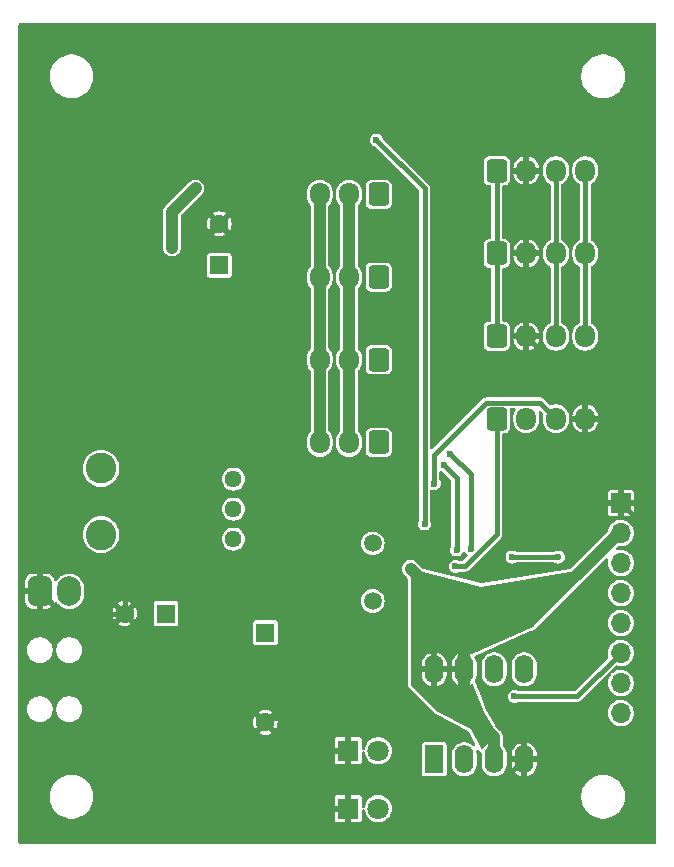
<source format=gbr>
%TF.GenerationSoftware,KiCad,Pcbnew,8.0.0-8.0.0-1~ubuntu20.04.1*%
%TF.CreationDate,2024-04-10T23:06:07+05:00*%
%TF.ProjectId,GammaAnomalain,47616d6d-6141-46e6-9f6d-616c61696e2e,rev?*%
%TF.SameCoordinates,Original*%
%TF.FileFunction,Copper,L2,Bot*%
%TF.FilePolarity,Positive*%
%FSLAX46Y46*%
G04 Gerber Fmt 4.6, Leading zero omitted, Abs format (unit mm)*
G04 Created by KiCad (PCBNEW 8.0.0-8.0.0-1~ubuntu20.04.1) date 2024-04-10 23:06:07*
%MOMM*%
%LPD*%
G01*
G04 APERTURE LIST*
G04 Aperture macros list*
%AMRoundRect*
0 Rectangle with rounded corners*
0 $1 Rounding radius*
0 $2 $3 $4 $5 $6 $7 $8 $9 X,Y pos of 4 corners*
0 Add a 4 corners polygon primitive as box body*
4,1,4,$2,$3,$4,$5,$6,$7,$8,$9,$2,$3,0*
0 Add four circle primitives for the rounded corners*
1,1,$1+$1,$2,$3*
1,1,$1+$1,$4,$5*
1,1,$1+$1,$6,$7*
1,1,$1+$1,$8,$9*
0 Add four rect primitives between the rounded corners*
20,1,$1+$1,$2,$3,$4,$5,0*
20,1,$1+$1,$4,$5,$6,$7,0*
20,1,$1+$1,$6,$7,$8,$9,0*
20,1,$1+$1,$8,$9,$2,$3,0*%
G04 Aperture macros list end*
%TA.AperFunction,ComponentPad*%
%ADD10R,1.600000X1.600000*%
%TD*%
%TA.AperFunction,ComponentPad*%
%ADD11C,1.600000*%
%TD*%
%TA.AperFunction,ComponentPad*%
%ADD12C,1.500000*%
%TD*%
%TA.AperFunction,ComponentPad*%
%ADD13RoundRect,0.250000X0.600000X0.725000X-0.600000X0.725000X-0.600000X-0.725000X0.600000X-0.725000X0*%
%TD*%
%TA.AperFunction,ComponentPad*%
%ADD14O,1.700000X1.950000*%
%TD*%
%TA.AperFunction,ComponentPad*%
%ADD15RoundRect,0.250000X-0.600000X-0.725000X0.600000X-0.725000X0.600000X0.725000X-0.600000X0.725000X0*%
%TD*%
%TA.AperFunction,ComponentPad*%
%ADD16C,2.600000*%
%TD*%
%TA.AperFunction,ComponentPad*%
%ADD17R,1.600000X2.400000*%
%TD*%
%TA.AperFunction,ComponentPad*%
%ADD18O,1.600000X2.400000*%
%TD*%
%TA.AperFunction,ComponentPad*%
%ADD19R,1.800000X1.800000*%
%TD*%
%TA.AperFunction,ComponentPad*%
%ADD20C,1.800000*%
%TD*%
%TA.AperFunction,ComponentPad*%
%ADD21C,1.440000*%
%TD*%
%TA.AperFunction,ComponentPad*%
%ADD22RoundRect,0.500000X0.500000X-0.750000X0.500000X0.750000X-0.500000X0.750000X-0.500000X-0.750000X0*%
%TD*%
%TA.AperFunction,ComponentPad*%
%ADD23O,2.000000X2.500000*%
%TD*%
%TA.AperFunction,ComponentPad*%
%ADD24R,1.700000X1.700000*%
%TD*%
%TA.AperFunction,ComponentPad*%
%ADD25O,1.700000X1.700000*%
%TD*%
%TA.AperFunction,ViaPad*%
%ADD26C,0.600000*%
%TD*%
%TA.AperFunction,Conductor*%
%ADD27C,0.400000*%
%TD*%
%TA.AperFunction,Conductor*%
%ADD28C,1.000000*%
%TD*%
G04 APERTURE END LIST*
D10*
%TO.P,C4,1*%
%TO.N,3V7*%
X112000000Y-99500000D03*
D11*
%TO.P,C4,2*%
%TO.N,GND*%
X108500000Y-99500000D03*
%TD*%
D12*
%TO.P,Y1,1,1*%
%TO.N,XTAL0*%
X129500000Y-93550000D03*
%TO.P,Y1,2,2*%
%TO.N,XTAL1*%
X129500000Y-98430000D03*
%TD*%
D13*
%TO.P,J4,1,Pin_1*%
%TO.N,SERVOD*%
X130000000Y-64000000D03*
D14*
%TO.P,J4,2,Pin_2*%
%TO.N,SERVO_6V*%
X127500000Y-64000000D03*
%TO.P,J4,3,Pin_3*%
%TO.N,SERVO_GND*%
X125000000Y-64000000D03*
%TD*%
D15*
%TO.P,J7,1,Pin_1*%
%TO.N,3V3*%
X140000000Y-76000000D03*
D14*
%TO.P,J7,2,Pin_2*%
%TO.N,GND*%
X142500000Y-76000000D03*
%TO.P,J7,3,Pin_3*%
%TO.N,SCL*%
X145000000Y-76000000D03*
%TO.P,J7,4,Pin_4*%
%TO.N,SDA*%
X147500000Y-76000000D03*
%TD*%
D15*
%TO.P,J6,1,Pin_1*%
%TO.N,3V3*%
X140000000Y-69000000D03*
D14*
%TO.P,J6,2,Pin_2*%
%TO.N,GND*%
X142500000Y-69000000D03*
%TO.P,J6,3,Pin_3*%
%TO.N,SCL*%
X145000000Y-69000000D03*
%TO.P,J6,4,Pin_4*%
%TO.N,SDA*%
X147500000Y-69000000D03*
%TD*%
D16*
%TO.P,L1,1*%
%TO.N,3V7*%
X106500000Y-92800000D03*
%TO.P,L1,2*%
%TO.N,Net-(D1-A)*%
X106500000Y-87200000D03*
%TD*%
D17*
%TO.P,U4,1,~{CS}*%
%TO.N,W25NE*%
X134700000Y-111825000D03*
D18*
%TO.P,U4,2,DO(IO1)*%
%TO.N,MISO*%
X137240000Y-111825000D03*
%TO.P,U4,3,IO2*%
%TO.N,3V3*%
X139780000Y-111825000D03*
%TO.P,U4,4,GND*%
%TO.N,GND*%
X142320000Y-111825000D03*
%TO.P,U4,5,DI(IO0)*%
%TO.N,MOSI*%
X142320000Y-104205000D03*
%TO.P,U4,6,CLK*%
%TO.N,SCK*%
X139780000Y-104205000D03*
%TO.P,U4,7,IO3*%
%TO.N,3V3*%
X137240000Y-104205000D03*
%TO.P,U4,8,VCC*%
X134700000Y-104205000D03*
%TD*%
D15*
%TO.P,J5,1,Pin_1*%
%TO.N,3V3*%
X140000000Y-62000000D03*
D14*
%TO.P,J5,2,Pin_2*%
%TO.N,GND*%
X142500000Y-62000000D03*
%TO.P,J5,3,Pin_3*%
%TO.N,SCL*%
X145000000Y-62000000D03*
%TO.P,J5,4,Pin_4*%
%TO.N,SDA*%
X147500000Y-62000000D03*
%TD*%
D10*
%TO.P,C5,1*%
%TO.N,SERVO_6V*%
X116500000Y-70000000D03*
D11*
%TO.P,C5,2*%
%TO.N,GND*%
X116500000Y-66500000D03*
%TD*%
D13*
%TO.P,J1,1,Pin_1*%
%TO.N,SERVOA*%
X130000000Y-85000000D03*
D14*
%TO.P,J1,2,Pin_2*%
%TO.N,SERVO_6V*%
X127500000Y-85000000D03*
%TO.P,J1,3,Pin_3*%
%TO.N,SERVO_GND*%
X125000000Y-85000000D03*
%TD*%
D19*
%TO.P,D2,1,K*%
%TO.N,GND*%
X127425000Y-111100000D03*
D20*
%TO.P,D2,2,A*%
%TO.N,Net-(D2-A)*%
X129965000Y-111100000D03*
%TD*%
D13*
%TO.P,J3,1,Pin_1*%
%TO.N,SERVOC*%
X130000000Y-71000000D03*
D14*
%TO.P,J3,2,Pin_2*%
%TO.N,SERVO_6V*%
X127500000Y-71000000D03*
%TO.P,J3,3,Pin_3*%
%TO.N,SERVO_GND*%
X125000000Y-71000000D03*
%TD*%
D13*
%TO.P,J2,1,Pin_1*%
%TO.N,SERVOB*%
X130000000Y-78000000D03*
D14*
%TO.P,J2,2,Pin_2*%
%TO.N,SERVO_6V*%
X127500000Y-78000000D03*
%TO.P,J2,3,Pin_3*%
%TO.N,SERVO_GND*%
X125000000Y-78000000D03*
%TD*%
D19*
%TO.P,D3,1,K*%
%TO.N,GND*%
X127425000Y-116000000D03*
D20*
%TO.P,D3,2,A*%
%TO.N,Net-(D3-A)*%
X129965000Y-116000000D03*
%TD*%
D10*
%TO.P,BZ1,1,+*%
%TO.N,BUZ*%
X120400000Y-101100000D03*
D11*
%TO.P,BZ1,2,-*%
%TO.N,GND*%
X120400000Y-108700000D03*
%TD*%
D15*
%TO.P,J11,1,Pin_1*%
%TO.N,TXD6*%
X140000000Y-83000000D03*
D14*
%TO.P,J11,2,Pin_2*%
%TO.N,RXD*%
X142500000Y-83000000D03*
%TO.P,J11,3,Pin_3*%
%TO.N,SERVOA*%
X145000000Y-83000000D03*
%TO.P,J11,4,Pin_4*%
%TO.N,GND*%
X147500000Y-83000000D03*
%TD*%
D21*
%TO.P,RV1,1,1*%
%TO.N,Net-(R2-Pad1)*%
X117700000Y-88100000D03*
%TO.P,RV1,2,2*%
%TO.N,SERVO_6V*%
X117700000Y-90640000D03*
%TO.P,RV1,3,3*%
%TO.N,unconnected-(RV1-Pad3)*%
X117700000Y-93180000D03*
%TD*%
D22*
%TO.P,J9,1,Pin_1*%
%TO.N,GND*%
X101300000Y-97600000D03*
D23*
%TO.P,J9,2,Pin_2*%
%TO.N,3V7*%
X103800000Y-97600000D03*
%TD*%
D24*
%TO.P,J8,1,Pin_1*%
%TO.N,GND*%
X150500000Y-90125000D03*
D25*
%TO.P,J8,2,Pin_2*%
%TO.N,3V3*%
X150500000Y-92665000D03*
%TO.P,J8,3,Pin_3*%
%TO.N,NRES*%
X150500000Y-95205000D03*
%TO.P,J8,4,Pin_4*%
%TO.N,SWD*%
X150500000Y-97745000D03*
%TO.P,J8,5,Pin_5*%
%TO.N,SWC*%
X150500000Y-100285000D03*
%TO.P,J8,6,Pin_6*%
%TO.N,SCK*%
X150500000Y-102825000D03*
%TO.P,J8,7,Pin_7*%
%TO.N,MISO*%
X150500000Y-105365000D03*
%TO.P,J8,8,Pin_8*%
%TO.N,MOSI*%
X150500000Y-107905000D03*
%TD*%
D26*
%TO.N,GND*%
X112500000Y-84000000D03*
X114500000Y-84000000D03*
X113500000Y-84000000D03*
X115500000Y-84000000D03*
X131600000Y-96800000D03*
X131600000Y-95800000D03*
%TO.N,SERVO_6V*%
X114500000Y-63500000D03*
X112500000Y-68500000D03*
%TO.N,3V3*%
X132700000Y-95700000D03*
%TO.N,SERVOA*%
X134700000Y-88500000D03*
%TO.N,SERVOC*%
X136600000Y-94100000D03*
X135500000Y-86900000D03*
%TO.N,SERVOD*%
X137800000Y-94000000D03*
X136050000Y-85950000D03*
%TO.N,NRES*%
X141300000Y-94700000D03*
X145200000Y-94700000D03*
%TO.N,TXD6*%
X136500000Y-95500000D03*
%TO.N,SERVOEN*%
X133900000Y-91900000D03*
X129800000Y-59400000D03*
%TO.N,SCK*%
X141500000Y-106500000D03*
%TD*%
D27*
%TO.N,GND*%
X147500000Y-83000000D02*
X147500000Y-81000000D01*
X108500000Y-88000000D02*
X112500000Y-84000000D01*
X131600000Y-98031370D02*
X131600000Y-96800000D01*
X121331370Y-108300000D02*
X131600000Y-98031370D01*
X142500000Y-76000000D02*
X142500000Y-62000000D01*
X133500000Y-113425000D02*
X140720000Y-113425000D01*
X148347767Y-111825000D02*
X151750000Y-108422767D01*
X131600000Y-96800000D02*
X131600000Y-95800000D01*
X116500000Y-66500000D02*
X114500000Y-68500000D01*
X131500000Y-109000000D02*
X131500000Y-111425000D01*
X127425000Y-111100000D02*
X127425000Y-116000000D01*
X115500000Y-84000000D02*
X114500000Y-84000000D01*
X120200000Y-108300000D02*
X121331370Y-108300000D01*
X112500000Y-84000000D02*
X113500000Y-84000000D01*
X108500000Y-99500000D02*
X108500000Y-88000000D01*
X131500000Y-111425000D02*
X133500000Y-113425000D01*
X151750000Y-108422767D02*
X151750000Y-91375000D01*
X131500000Y-98000000D02*
X131500000Y-109000000D01*
X131600000Y-97900000D02*
X131500000Y-98000000D01*
X101300000Y-97600000D02*
X103200000Y-99500000D01*
X103200000Y-99500000D02*
X108500000Y-99500000D01*
X114500000Y-68500000D02*
X114500000Y-84000000D01*
X114500000Y-84000000D02*
X113500000Y-84000000D01*
X140720000Y-113425000D02*
X142320000Y-111825000D01*
X147500000Y-81000000D02*
X142500000Y-76000000D01*
X151750000Y-91375000D02*
X150500000Y-90125000D01*
X131600000Y-96800000D02*
X131600000Y-97900000D01*
X142320000Y-111825000D02*
X148347767Y-111825000D01*
D28*
%TO.N,SERVO_6V*%
X127500000Y-64000000D02*
X127500000Y-85000000D01*
X114500000Y-63500000D02*
X112500000Y-65500000D01*
X112500000Y-65500000D02*
X112500000Y-68500000D01*
%TO.N,3V3*%
X137240000Y-100240000D02*
X137240000Y-104205000D01*
D27*
X137240000Y-104205000D02*
X136000000Y-104205000D01*
D28*
X139780000Y-111825000D02*
X139780000Y-109980000D01*
X142760000Y-100240000D02*
X150335000Y-92665000D01*
X150335000Y-92665000D02*
X150500000Y-92665000D01*
X137240000Y-107440000D02*
X137240000Y-104205000D01*
D27*
X140000000Y-62000000D02*
X140000000Y-69000000D01*
D28*
X132700000Y-95700000D02*
X137240000Y-100240000D01*
D27*
X136000000Y-104205000D02*
X134700000Y-104205000D01*
D28*
X137240000Y-100240000D02*
X142760000Y-100240000D01*
X139780000Y-109980000D02*
X137240000Y-107440000D01*
D27*
X140000000Y-69000000D02*
X140000000Y-76000000D01*
D28*
%TO.N,SERVO_GND*%
X125000000Y-85000000D02*
X125000000Y-64000000D01*
D27*
%TO.N,SERVOA*%
X134700000Y-86048834D02*
X139123834Y-81625000D01*
X139123834Y-81625000D02*
X143625000Y-81625000D01*
X134700000Y-88500000D02*
X134700000Y-86048834D01*
X143625000Y-81625000D02*
X145000000Y-83000000D01*
%TO.N,SERVOC*%
X135500000Y-86900000D02*
X136600000Y-88000000D01*
X136600000Y-88000000D02*
X136600000Y-94100000D01*
%TO.N,SERVOD*%
X136050000Y-85950000D02*
X137800000Y-87700000D01*
X137800000Y-87700000D02*
X137800000Y-94000000D01*
%TO.N,SCL*%
X145000000Y-62000000D02*
X145000000Y-76000000D01*
%TO.N,SDA*%
X147500000Y-76000000D02*
X147500000Y-62000000D01*
%TO.N,NRES*%
X141300000Y-94700000D02*
X145200000Y-94700000D01*
%TO.N,TXD6*%
X137289950Y-95500000D02*
X140000000Y-92789950D01*
X140000000Y-92789950D02*
X140000000Y-83000000D01*
X136500000Y-95500000D02*
X137289950Y-95500000D01*
%TO.N,SERVOEN*%
X133900000Y-63500000D02*
X133900000Y-91900000D01*
X133900000Y-63500000D02*
X129800000Y-59400000D01*
%TO.N,SCK*%
X141500000Y-106500000D02*
X146825000Y-106500000D01*
X146825000Y-106500000D02*
X150500000Y-102825000D01*
%TD*%
%TA.AperFunction,Conductor*%
%TO.N,3V3*%
G36*
X132854064Y-95738516D02*
G01*
X138700000Y-97200000D01*
X146202182Y-95949636D01*
X146271544Y-95958032D01*
X146325357Y-96002595D01*
X146346535Y-96069178D01*
X146328354Y-96136641D01*
X146323034Y-96144628D01*
X143119648Y-100572838D01*
X143069339Y-100613561D01*
X137887459Y-102905546D01*
X137818186Y-102914662D01*
X137768411Y-102895247D01*
X137737363Y-102874502D01*
X137546272Y-102795349D01*
X137546267Y-102795347D01*
X137490000Y-102784155D01*
X137490000Y-103889314D01*
X137485606Y-103884920D01*
X137394394Y-103832259D01*
X137292661Y-103805000D01*
X137187339Y-103805000D01*
X137085606Y-103832259D01*
X136994394Y-103884920D01*
X136990000Y-103889314D01*
X136990000Y-102784156D01*
X136989999Y-102784155D01*
X136933732Y-102795347D01*
X136933727Y-102795349D01*
X136742641Y-102874500D01*
X136742631Y-102874505D01*
X136570664Y-102989410D01*
X136570660Y-102989413D01*
X136424413Y-103135660D01*
X136424410Y-103135664D01*
X136309505Y-103307631D01*
X136309500Y-103307641D01*
X136230350Y-103498725D01*
X136230348Y-103498733D01*
X136190000Y-103701579D01*
X136190000Y-103955000D01*
X136924314Y-103955000D01*
X136919920Y-103959394D01*
X136867259Y-104050606D01*
X136840000Y-104152339D01*
X136840000Y-104257661D01*
X136867259Y-104359394D01*
X136919920Y-104450606D01*
X136924314Y-104455000D01*
X136190000Y-104455000D01*
X136190000Y-104708420D01*
X136230348Y-104911266D01*
X136230350Y-104911274D01*
X136309500Y-105102358D01*
X136309505Y-105102368D01*
X136424410Y-105274335D01*
X136424413Y-105274339D01*
X136570660Y-105420586D01*
X136570664Y-105420589D01*
X136742631Y-105535494D01*
X136742641Y-105535499D01*
X136933723Y-105614648D01*
X136933725Y-105614649D01*
X136990000Y-105625842D01*
X136990000Y-104520686D01*
X136994394Y-104525080D01*
X137085606Y-104577741D01*
X137187339Y-104605000D01*
X137292661Y-104605000D01*
X137394394Y-104577741D01*
X137485606Y-104525080D01*
X137490000Y-104520686D01*
X137490000Y-105625842D01*
X137546274Y-105614649D01*
X137546276Y-105614648D01*
X137737358Y-105535499D01*
X137737367Y-105535494D01*
X137840452Y-105466615D01*
X137907129Y-105445737D01*
X137974509Y-105464221D01*
X138021200Y-105516200D01*
X138025078Y-105525204D01*
X138900000Y-107800000D01*
X139740000Y-109300000D01*
X140257694Y-110224454D01*
X140273275Y-110292564D01*
X140249559Y-110358286D01*
X140243650Y-110365740D01*
X140229555Y-110382184D01*
X140170981Y-110420273D01*
X140101112Y-110420648D01*
X140087962Y-110416049D01*
X140086274Y-110415350D01*
X140086267Y-110415347D01*
X140030000Y-110404155D01*
X140030000Y-110615000D01*
X139530000Y-111198333D01*
X139530000Y-110404156D01*
X139529999Y-110404155D01*
X139473732Y-110415347D01*
X139473727Y-110415349D01*
X139282641Y-110494500D01*
X139282631Y-110494505D01*
X139110664Y-110609410D01*
X139110660Y-110609413D01*
X138964413Y-110755660D01*
X138964410Y-110755664D01*
X138871009Y-110895448D01*
X138817396Y-110940253D01*
X138748071Y-110948960D01*
X138685044Y-110918805D01*
X138658875Y-110885616D01*
X137800000Y-109300000D01*
X137799999Y-109299999D01*
X135016160Y-107808657D01*
X134987034Y-107787034D01*
X132736319Y-105536319D01*
X132702834Y-105474996D01*
X132700000Y-105448638D01*
X132700000Y-104708420D01*
X133650000Y-104708420D01*
X133690348Y-104911266D01*
X133690350Y-104911274D01*
X133769500Y-105102358D01*
X133769505Y-105102368D01*
X133884410Y-105274335D01*
X133884413Y-105274339D01*
X134030660Y-105420586D01*
X134030664Y-105420589D01*
X134202631Y-105535494D01*
X134202641Y-105535499D01*
X134393723Y-105614648D01*
X134393725Y-105614649D01*
X134450000Y-105625842D01*
X134450000Y-104520686D01*
X134454394Y-104525080D01*
X134545606Y-104577741D01*
X134647339Y-104605000D01*
X134752661Y-104605000D01*
X134854394Y-104577741D01*
X134945606Y-104525080D01*
X134950000Y-104520686D01*
X134950000Y-105625842D01*
X135006274Y-105614649D01*
X135006276Y-105614648D01*
X135197358Y-105535499D01*
X135197368Y-105535494D01*
X135369335Y-105420589D01*
X135369339Y-105420586D01*
X135515586Y-105274339D01*
X135515589Y-105274335D01*
X135630494Y-105102368D01*
X135630499Y-105102358D01*
X135709649Y-104911274D01*
X135709651Y-104911266D01*
X135749999Y-104708420D01*
X135750000Y-104708417D01*
X135750000Y-104455000D01*
X135015686Y-104455000D01*
X135020080Y-104450606D01*
X135072741Y-104359394D01*
X135100000Y-104257661D01*
X135100000Y-104152339D01*
X135072741Y-104050606D01*
X135020080Y-103959394D01*
X135015686Y-103955000D01*
X135750000Y-103955000D01*
X135750000Y-103701583D01*
X135749999Y-103701579D01*
X135709651Y-103498733D01*
X135709649Y-103498725D01*
X135630499Y-103307641D01*
X135630494Y-103307631D01*
X135515589Y-103135664D01*
X135515586Y-103135660D01*
X135369339Y-102989413D01*
X135369335Y-102989410D01*
X135197368Y-102874505D01*
X135197358Y-102874500D01*
X135006272Y-102795349D01*
X135006267Y-102795347D01*
X134950000Y-102784155D01*
X134950000Y-103889314D01*
X134945606Y-103884920D01*
X134854394Y-103832259D01*
X134752661Y-103805000D01*
X134647339Y-103805000D01*
X134545606Y-103832259D01*
X134454394Y-103884920D01*
X134450000Y-103889314D01*
X134450000Y-102784156D01*
X134449999Y-102784155D01*
X134393732Y-102795347D01*
X134393727Y-102795349D01*
X134202641Y-102874500D01*
X134202631Y-102874505D01*
X134030664Y-102989410D01*
X134030660Y-102989413D01*
X133884413Y-103135660D01*
X133884410Y-103135664D01*
X133769505Y-103307631D01*
X133769500Y-103307641D01*
X133690350Y-103498725D01*
X133690348Y-103498733D01*
X133650000Y-103701579D01*
X133650000Y-103955000D01*
X134384314Y-103955000D01*
X134379920Y-103959394D01*
X134327259Y-104050606D01*
X134300000Y-104152339D01*
X134300000Y-104257661D01*
X134327259Y-104359394D01*
X134379920Y-104450606D01*
X134384314Y-104455000D01*
X133650000Y-104455000D01*
X133650000Y-104708420D01*
X132700000Y-104708420D01*
X132700000Y-95858816D01*
X132719685Y-95791777D01*
X132772489Y-95746022D01*
X132841647Y-95736078D01*
X132854064Y-95738516D01*
G37*
%TD.AperFunction*%
%TD*%
%TA.AperFunction,Conductor*%
%TO.N,GND*%
G36*
X153442539Y-49520185D02*
G01*
X153488294Y-49572989D01*
X153499500Y-49624500D01*
X153499500Y-118875500D01*
X153479815Y-118942539D01*
X153427011Y-118988294D01*
X153375500Y-118999500D01*
X99624500Y-118999500D01*
X99557461Y-118979815D01*
X99511706Y-118927011D01*
X99500500Y-118875500D01*
X99500500Y-116924628D01*
X126275000Y-116924628D01*
X126289503Y-116997540D01*
X126289505Y-116997544D01*
X126344760Y-117080239D01*
X126427455Y-117135494D01*
X126427459Y-117135496D01*
X126500371Y-117149999D01*
X126500374Y-117150000D01*
X127175000Y-117150000D01*
X127175000Y-116375277D01*
X127251306Y-116419333D01*
X127365756Y-116450000D01*
X127484244Y-116450000D01*
X127598694Y-116419333D01*
X127675000Y-116375277D01*
X127675000Y-117150000D01*
X128349626Y-117150000D01*
X128349628Y-117149999D01*
X128422540Y-117135496D01*
X128422544Y-117135494D01*
X128505239Y-117080239D01*
X128560494Y-116997544D01*
X128560496Y-116997540D01*
X128574999Y-116924628D01*
X128575000Y-116924626D01*
X128575000Y-116150657D01*
X128594685Y-116083618D01*
X128647489Y-116037863D01*
X128716647Y-116027919D01*
X128780203Y-116056944D01*
X128817977Y-116115722D01*
X128822470Y-116139215D01*
X128829244Y-116212310D01*
X128832212Y-116222743D01*
X128887596Y-116417392D01*
X128887596Y-116417394D01*
X128982632Y-116608253D01*
X129111127Y-116778406D01*
X129111128Y-116778407D01*
X129268698Y-116922052D01*
X129449981Y-117034298D01*
X129648802Y-117111321D01*
X129858390Y-117150500D01*
X129858392Y-117150500D01*
X130071608Y-117150500D01*
X130071610Y-117150500D01*
X130281198Y-117111321D01*
X130480019Y-117034298D01*
X130661302Y-116922052D01*
X130818872Y-116778407D01*
X130947366Y-116608255D01*
X131042405Y-116417389D01*
X131100756Y-116212310D01*
X131120429Y-116000000D01*
X131100756Y-115787690D01*
X131042405Y-115582611D01*
X131042403Y-115582606D01*
X131042403Y-115582605D01*
X130947367Y-115391746D01*
X130818872Y-115221593D01*
X130708843Y-115121288D01*
X147149500Y-115121288D01*
X147181161Y-115361785D01*
X147243947Y-115596104D01*
X147323305Y-115787690D01*
X147336776Y-115820212D01*
X147458064Y-116030289D01*
X147458066Y-116030292D01*
X147458067Y-116030293D01*
X147605733Y-116222736D01*
X147605739Y-116222743D01*
X147777256Y-116394260D01*
X147777262Y-116394265D01*
X147969711Y-116541936D01*
X148179788Y-116663224D01*
X148403900Y-116756054D01*
X148638211Y-116818838D01*
X148818586Y-116842584D01*
X148878711Y-116850500D01*
X148878712Y-116850500D01*
X149121289Y-116850500D01*
X149169388Y-116844167D01*
X149361789Y-116818838D01*
X149596100Y-116756054D01*
X149820212Y-116663224D01*
X150030289Y-116541936D01*
X150222738Y-116394265D01*
X150394265Y-116222738D01*
X150541936Y-116030289D01*
X150663224Y-115820212D01*
X150756054Y-115596100D01*
X150818838Y-115361789D01*
X150850500Y-115121288D01*
X150850500Y-114878712D01*
X150818838Y-114638211D01*
X150756054Y-114403900D01*
X150663224Y-114179788D01*
X150541936Y-113969711D01*
X150394265Y-113777262D01*
X150394260Y-113777256D01*
X150222743Y-113605739D01*
X150222736Y-113605733D01*
X150030293Y-113458067D01*
X150030292Y-113458066D01*
X150030289Y-113458064D01*
X149820212Y-113336776D01*
X149820205Y-113336773D01*
X149596104Y-113243947D01*
X149361785Y-113181161D01*
X149121289Y-113149500D01*
X149121288Y-113149500D01*
X148878712Y-113149500D01*
X148878711Y-113149500D01*
X148638214Y-113181161D01*
X148403895Y-113243947D01*
X148179794Y-113336773D01*
X148179785Y-113336777D01*
X147969706Y-113458067D01*
X147777263Y-113605733D01*
X147777256Y-113605739D01*
X147605739Y-113777256D01*
X147605733Y-113777263D01*
X147458067Y-113969706D01*
X147336777Y-114179785D01*
X147336773Y-114179794D01*
X147243947Y-114403895D01*
X147181161Y-114638214D01*
X147149500Y-114878711D01*
X147149500Y-115121288D01*
X130708843Y-115121288D01*
X130661302Y-115077948D01*
X130480019Y-114965702D01*
X130480017Y-114965701D01*
X130361428Y-114919760D01*
X130281198Y-114888679D01*
X130071610Y-114849500D01*
X129858390Y-114849500D01*
X129648802Y-114888679D01*
X129648799Y-114888679D01*
X129648799Y-114888680D01*
X129449982Y-114965701D01*
X129449980Y-114965702D01*
X129268699Y-115077947D01*
X129111127Y-115221593D01*
X128982632Y-115391746D01*
X128887596Y-115582605D01*
X128887596Y-115582607D01*
X128829244Y-115787689D01*
X128822471Y-115860783D01*
X128796685Y-115925720D01*
X128739884Y-115966408D01*
X128670104Y-115969928D01*
X128609497Y-115935163D01*
X128577307Y-115873150D01*
X128575000Y-115849342D01*
X128575000Y-115075373D01*
X128574999Y-115075371D01*
X128560496Y-115002459D01*
X128560494Y-115002455D01*
X128505239Y-114919760D01*
X128422544Y-114864505D01*
X128422540Y-114864503D01*
X128349627Y-114850000D01*
X127675000Y-114850000D01*
X127675000Y-115624722D01*
X127598694Y-115580667D01*
X127484244Y-115550000D01*
X127365756Y-115550000D01*
X127251306Y-115580667D01*
X127175000Y-115624722D01*
X127175000Y-114850000D01*
X126500373Y-114850000D01*
X126427459Y-114864503D01*
X126427455Y-114864505D01*
X126344760Y-114919760D01*
X126289505Y-115002455D01*
X126289503Y-115002459D01*
X126275000Y-115075371D01*
X126275000Y-115750000D01*
X127049722Y-115750000D01*
X127005667Y-115826306D01*
X126975000Y-115940756D01*
X126975000Y-116059244D01*
X127005667Y-116173694D01*
X127049722Y-116250000D01*
X126275000Y-116250000D01*
X126275000Y-116924628D01*
X99500500Y-116924628D01*
X99500500Y-115121288D01*
X102149500Y-115121288D01*
X102181161Y-115361785D01*
X102243947Y-115596104D01*
X102323305Y-115787690D01*
X102336776Y-115820212D01*
X102458064Y-116030289D01*
X102458066Y-116030292D01*
X102458067Y-116030293D01*
X102605733Y-116222736D01*
X102605739Y-116222743D01*
X102777256Y-116394260D01*
X102777262Y-116394265D01*
X102969711Y-116541936D01*
X103179788Y-116663224D01*
X103403900Y-116756054D01*
X103638211Y-116818838D01*
X103818586Y-116842584D01*
X103878711Y-116850500D01*
X103878712Y-116850500D01*
X104121289Y-116850500D01*
X104169388Y-116844167D01*
X104361789Y-116818838D01*
X104596100Y-116756054D01*
X104820212Y-116663224D01*
X105030289Y-116541936D01*
X105222738Y-116394265D01*
X105394265Y-116222738D01*
X105541936Y-116030289D01*
X105663224Y-115820212D01*
X105756054Y-115596100D01*
X105818838Y-115361789D01*
X105850500Y-115121288D01*
X105850500Y-114878712D01*
X105818838Y-114638211D01*
X105756054Y-114403900D01*
X105663224Y-114179788D01*
X105541936Y-113969711D01*
X105394265Y-113777262D01*
X105394260Y-113777256D01*
X105222743Y-113605739D01*
X105222736Y-113605733D01*
X105030293Y-113458067D01*
X105030292Y-113458066D01*
X105030289Y-113458064D01*
X104820212Y-113336776D01*
X104820205Y-113336773D01*
X104596104Y-113243947D01*
X104361785Y-113181161D01*
X104121289Y-113149500D01*
X104121288Y-113149500D01*
X103878712Y-113149500D01*
X103878711Y-113149500D01*
X103638214Y-113181161D01*
X103403895Y-113243947D01*
X103179794Y-113336773D01*
X103179785Y-113336777D01*
X102969706Y-113458067D01*
X102777263Y-113605733D01*
X102777256Y-113605739D01*
X102605739Y-113777256D01*
X102605733Y-113777263D01*
X102458067Y-113969706D01*
X102336777Y-114179785D01*
X102336773Y-114179794D01*
X102243947Y-114403895D01*
X102181161Y-114638214D01*
X102149500Y-114878711D01*
X102149500Y-115121288D01*
X99500500Y-115121288D01*
X99500500Y-113049678D01*
X133649500Y-113049678D01*
X133664032Y-113122735D01*
X133664033Y-113122739D01*
X133664034Y-113122740D01*
X133719399Y-113205601D01*
X133776789Y-113243947D01*
X133802260Y-113260966D01*
X133802264Y-113260967D01*
X133875321Y-113275499D01*
X133875324Y-113275500D01*
X133875326Y-113275500D01*
X135524676Y-113275500D01*
X135524677Y-113275499D01*
X135597740Y-113260966D01*
X135680601Y-113205601D01*
X135735966Y-113122740D01*
X135750500Y-113049674D01*
X135750500Y-110600326D01*
X135750500Y-110600323D01*
X135750499Y-110600321D01*
X135735967Y-110527264D01*
X135735966Y-110527260D01*
X135714080Y-110494505D01*
X135680601Y-110444399D01*
X135597740Y-110389034D01*
X135597739Y-110389033D01*
X135597735Y-110389032D01*
X135524677Y-110374500D01*
X135524674Y-110374500D01*
X133875326Y-110374500D01*
X133875323Y-110374500D01*
X133802264Y-110389032D01*
X133802260Y-110389033D01*
X133719399Y-110444399D01*
X133664033Y-110527260D01*
X133664032Y-110527264D01*
X133649500Y-110600321D01*
X133649500Y-113049678D01*
X99500500Y-113049678D01*
X99500500Y-112024628D01*
X126275000Y-112024628D01*
X126289503Y-112097540D01*
X126289505Y-112097544D01*
X126344760Y-112180239D01*
X126427455Y-112235494D01*
X126427459Y-112235496D01*
X126500371Y-112249999D01*
X126500374Y-112250000D01*
X127175000Y-112250000D01*
X127175000Y-111475277D01*
X127251306Y-111519333D01*
X127365756Y-111550000D01*
X127484244Y-111550000D01*
X127598694Y-111519333D01*
X127675000Y-111475277D01*
X127675000Y-112250000D01*
X128349626Y-112250000D01*
X128349628Y-112249999D01*
X128422540Y-112235496D01*
X128422544Y-112235494D01*
X128505239Y-112180239D01*
X128560494Y-112097544D01*
X128560496Y-112097540D01*
X128574999Y-112024628D01*
X128575000Y-112024626D01*
X128575000Y-111250657D01*
X128594685Y-111183618D01*
X128647489Y-111137863D01*
X128716647Y-111127919D01*
X128780203Y-111156944D01*
X128817977Y-111215722D01*
X128822470Y-111239215D01*
X128829244Y-111312310D01*
X128831868Y-111321534D01*
X128887596Y-111517392D01*
X128887596Y-111517394D01*
X128982632Y-111708253D01*
X129111127Y-111878406D01*
X129111128Y-111878407D01*
X129268698Y-112022052D01*
X129449981Y-112134298D01*
X129648802Y-112211321D01*
X129858390Y-112250500D01*
X129858392Y-112250500D01*
X130071608Y-112250500D01*
X130071610Y-112250500D01*
X130281198Y-112211321D01*
X130480019Y-112134298D01*
X130661302Y-112022052D01*
X130818872Y-111878407D01*
X130947366Y-111708255D01*
X130966113Y-111670606D01*
X131042403Y-111517394D01*
X131042403Y-111517393D01*
X131042405Y-111517389D01*
X131100756Y-111312310D01*
X131120429Y-111100000D01*
X131100756Y-110887690D01*
X131042405Y-110682611D01*
X131042403Y-110682606D01*
X131042403Y-110682605D01*
X130947367Y-110491746D01*
X130818872Y-110321593D01*
X130661302Y-110177948D01*
X130480019Y-110065702D01*
X130480017Y-110065701D01*
X130361428Y-110019760D01*
X130281198Y-109988679D01*
X130071610Y-109949500D01*
X129858390Y-109949500D01*
X129648802Y-109988679D01*
X129648799Y-109988679D01*
X129648799Y-109988680D01*
X129449982Y-110065701D01*
X129449980Y-110065702D01*
X129268699Y-110177947D01*
X129111127Y-110321593D01*
X128982632Y-110491746D01*
X128887596Y-110682605D01*
X128887596Y-110682607D01*
X128829244Y-110887689D01*
X128822471Y-110960783D01*
X128796685Y-111025720D01*
X128739884Y-111066408D01*
X128670104Y-111069928D01*
X128609497Y-111035163D01*
X128577307Y-110973150D01*
X128575000Y-110949342D01*
X128575000Y-110175373D01*
X128574999Y-110175371D01*
X128560496Y-110102459D01*
X128560494Y-110102455D01*
X128505239Y-110019760D01*
X128422544Y-109964505D01*
X128422540Y-109964503D01*
X128349627Y-109950000D01*
X127675000Y-109950000D01*
X127675000Y-110724722D01*
X127598694Y-110680667D01*
X127484244Y-110650000D01*
X127365756Y-110650000D01*
X127251306Y-110680667D01*
X127175000Y-110724722D01*
X127175000Y-109950000D01*
X126500373Y-109950000D01*
X126427459Y-109964503D01*
X126427455Y-109964505D01*
X126344760Y-110019760D01*
X126289505Y-110102455D01*
X126289503Y-110102459D01*
X126275000Y-110175371D01*
X126275000Y-110850000D01*
X127049722Y-110850000D01*
X127005667Y-110926306D01*
X126975000Y-111040756D01*
X126975000Y-111159244D01*
X127005667Y-111273694D01*
X127049722Y-111350000D01*
X126275000Y-111350000D01*
X126275000Y-112024628D01*
X99500500Y-112024628D01*
X99500500Y-107686611D01*
X100199500Y-107686611D01*
X100201451Y-107698930D01*
X100217613Y-107800976D01*
X100226598Y-107857701D01*
X100280127Y-108022445D01*
X100358768Y-108176788D01*
X100460586Y-108316928D01*
X100583072Y-108439414D01*
X100723212Y-108541232D01*
X100877555Y-108619873D01*
X101042299Y-108673402D01*
X101213389Y-108700500D01*
X101213390Y-108700500D01*
X101386610Y-108700500D01*
X101386611Y-108700500D01*
X101557701Y-108673402D01*
X101722445Y-108619873D01*
X101876788Y-108541232D01*
X102016928Y-108439414D01*
X102139414Y-108316928D01*
X102241232Y-108176788D01*
X102319873Y-108022445D01*
X102373402Y-107857701D01*
X102400500Y-107686611D01*
X102699500Y-107686611D01*
X102701451Y-107698930D01*
X102717613Y-107800976D01*
X102726598Y-107857701D01*
X102780127Y-108022445D01*
X102858768Y-108176788D01*
X102960586Y-108316928D01*
X103083072Y-108439414D01*
X103223212Y-108541232D01*
X103377555Y-108619873D01*
X103542299Y-108673402D01*
X103713389Y-108700500D01*
X103713390Y-108700500D01*
X103886610Y-108700500D01*
X103886611Y-108700500D01*
X103889768Y-108700000D01*
X119344919Y-108700000D01*
X119365191Y-108905834D01*
X119425233Y-109103766D01*
X119500975Y-109245469D01*
X119500976Y-109245469D01*
X119917037Y-108829409D01*
X119934075Y-108892993D01*
X119999901Y-109007007D01*
X120092993Y-109100099D01*
X120207007Y-109165925D01*
X120270590Y-109182962D01*
X119854528Y-109599023D01*
X119996233Y-109674766D01*
X120194165Y-109734808D01*
X120400000Y-109755080D01*
X120605834Y-109734808D01*
X120803764Y-109674766D01*
X120945470Y-109599022D01*
X120529410Y-109182962D01*
X120592993Y-109165925D01*
X120707007Y-109100099D01*
X120800099Y-109007007D01*
X120865925Y-108892993D01*
X120882962Y-108829409D01*
X121299022Y-109245469D01*
X121374766Y-109103764D01*
X121434808Y-108905834D01*
X121455080Y-108700000D01*
X121434808Y-108494165D01*
X121374766Y-108296233D01*
X121299023Y-108154528D01*
X120882962Y-108570589D01*
X120865925Y-108507007D01*
X120800099Y-108392993D01*
X120707007Y-108299901D01*
X120592993Y-108234075D01*
X120529409Y-108217037D01*
X120945469Y-107800976D01*
X120945469Y-107800975D01*
X120803766Y-107725233D01*
X120605834Y-107665191D01*
X120400000Y-107644919D01*
X120194166Y-107665191D01*
X119996234Y-107725234D01*
X119854529Y-107800975D01*
X119854529Y-107800976D01*
X120270590Y-108217037D01*
X120207007Y-108234075D01*
X120092993Y-108299901D01*
X119999901Y-108392993D01*
X119934075Y-108507007D01*
X119917037Y-108570590D01*
X119500976Y-108154529D01*
X119500975Y-108154529D01*
X119425234Y-108296234D01*
X119365191Y-108494166D01*
X119344919Y-108700000D01*
X103889768Y-108700000D01*
X104057701Y-108673402D01*
X104222445Y-108619873D01*
X104376788Y-108541232D01*
X104516928Y-108439414D01*
X104639414Y-108316928D01*
X104741232Y-108176788D01*
X104819873Y-108022445D01*
X104873402Y-107857701D01*
X104900500Y-107686611D01*
X104900500Y-107513389D01*
X104873402Y-107342299D01*
X104819873Y-107177555D01*
X104741232Y-107023212D01*
X104639414Y-106883072D01*
X104516928Y-106760586D01*
X104376788Y-106658768D01*
X104222445Y-106580127D01*
X104057701Y-106526598D01*
X104057699Y-106526597D01*
X104057698Y-106526597D01*
X103926271Y-106505781D01*
X103886611Y-106499500D01*
X103713389Y-106499500D01*
X103673728Y-106505781D01*
X103542302Y-106526597D01*
X103377552Y-106580128D01*
X103223211Y-106658768D01*
X103143256Y-106716859D01*
X103083072Y-106760586D01*
X103083070Y-106760588D01*
X103083069Y-106760588D01*
X102960588Y-106883069D01*
X102960588Y-106883070D01*
X102960586Y-106883072D01*
X102936916Y-106915651D01*
X102858768Y-107023211D01*
X102780128Y-107177552D01*
X102726597Y-107342302D01*
X102700712Y-107505739D01*
X102699500Y-107513389D01*
X102699500Y-107686611D01*
X102400500Y-107686611D01*
X102400500Y-107513389D01*
X102373402Y-107342299D01*
X102319873Y-107177555D01*
X102241232Y-107023212D01*
X102139414Y-106883072D01*
X102016928Y-106760586D01*
X101876788Y-106658768D01*
X101722445Y-106580127D01*
X101557701Y-106526598D01*
X101557699Y-106526597D01*
X101557698Y-106526597D01*
X101426271Y-106505781D01*
X101386611Y-106499500D01*
X101213389Y-106499500D01*
X101173728Y-106505781D01*
X101042302Y-106526597D01*
X100877552Y-106580128D01*
X100723211Y-106658768D01*
X100643256Y-106716859D01*
X100583072Y-106760586D01*
X100583070Y-106760588D01*
X100583069Y-106760588D01*
X100460588Y-106883069D01*
X100460588Y-106883070D01*
X100460586Y-106883072D01*
X100436916Y-106915651D01*
X100358768Y-107023211D01*
X100280128Y-107177552D01*
X100226597Y-107342302D01*
X100200712Y-107505739D01*
X100199500Y-107513389D01*
X100199500Y-107686611D01*
X99500500Y-107686611D01*
X99500500Y-102686610D01*
X100199500Y-102686610D01*
X100221418Y-102825000D01*
X100226598Y-102857701D01*
X100280127Y-103022445D01*
X100358768Y-103176788D01*
X100460586Y-103316928D01*
X100583072Y-103439414D01*
X100723212Y-103541232D01*
X100877555Y-103619873D01*
X101042299Y-103673402D01*
X101213389Y-103700500D01*
X101213390Y-103700500D01*
X101386610Y-103700500D01*
X101386611Y-103700500D01*
X101557701Y-103673402D01*
X101722445Y-103619873D01*
X101876788Y-103541232D01*
X102016928Y-103439414D01*
X102139414Y-103316928D01*
X102241232Y-103176788D01*
X102319873Y-103022445D01*
X102373402Y-102857701D01*
X102400500Y-102686611D01*
X102400500Y-102686610D01*
X102699500Y-102686610D01*
X102721418Y-102825000D01*
X102726598Y-102857701D01*
X102780127Y-103022445D01*
X102858768Y-103176788D01*
X102960586Y-103316928D01*
X103083072Y-103439414D01*
X103223212Y-103541232D01*
X103377555Y-103619873D01*
X103542299Y-103673402D01*
X103713389Y-103700500D01*
X103713390Y-103700500D01*
X103886610Y-103700500D01*
X103886611Y-103700500D01*
X104057701Y-103673402D01*
X104222445Y-103619873D01*
X104376788Y-103541232D01*
X104516928Y-103439414D01*
X104639414Y-103316928D01*
X104741232Y-103176788D01*
X104819873Y-103022445D01*
X104873402Y-102857701D01*
X104900500Y-102686611D01*
X104900500Y-102513389D01*
X104873402Y-102342299D01*
X104819873Y-102177555D01*
X104741232Y-102023212D01*
X104669643Y-101924678D01*
X119349500Y-101924678D01*
X119364032Y-101997735D01*
X119364033Y-101997739D01*
X119364034Y-101997740D01*
X119419399Y-102080601D01*
X119502260Y-102135966D01*
X119502264Y-102135967D01*
X119575321Y-102150499D01*
X119575324Y-102150500D01*
X119575326Y-102150500D01*
X121224676Y-102150500D01*
X121224677Y-102150499D01*
X121297740Y-102135966D01*
X121380601Y-102080601D01*
X121435966Y-101997740D01*
X121450500Y-101924674D01*
X121450500Y-100275326D01*
X121450500Y-100275323D01*
X121450499Y-100275321D01*
X121435967Y-100202264D01*
X121435966Y-100202260D01*
X121380601Y-100119399D01*
X121297740Y-100064034D01*
X121297739Y-100064033D01*
X121297735Y-100064032D01*
X121224677Y-100049500D01*
X121224674Y-100049500D01*
X119575326Y-100049500D01*
X119575323Y-100049500D01*
X119502264Y-100064032D01*
X119502260Y-100064033D01*
X119419399Y-100119399D01*
X119364033Y-100202260D01*
X119364032Y-100202264D01*
X119349500Y-100275321D01*
X119349500Y-101924678D01*
X104669643Y-101924678D01*
X104639414Y-101883072D01*
X104516928Y-101760586D01*
X104376788Y-101658768D01*
X104222445Y-101580127D01*
X104057701Y-101526598D01*
X104057699Y-101526597D01*
X104057698Y-101526597D01*
X103926271Y-101505781D01*
X103886611Y-101499500D01*
X103713389Y-101499500D01*
X103673728Y-101505781D01*
X103542302Y-101526597D01*
X103377552Y-101580128D01*
X103223211Y-101658768D01*
X103143256Y-101716859D01*
X103083072Y-101760586D01*
X103083070Y-101760588D01*
X103083069Y-101760588D01*
X102960588Y-101883069D01*
X102960588Y-101883070D01*
X102960586Y-101883072D01*
X102917033Y-101943017D01*
X102858768Y-102023211D01*
X102780128Y-102177552D01*
X102726597Y-102342302D01*
X102699500Y-102513389D01*
X102699500Y-102686610D01*
X102400500Y-102686610D01*
X102400500Y-102513389D01*
X102373402Y-102342299D01*
X102319873Y-102177555D01*
X102241232Y-102023212D01*
X102139414Y-101883072D01*
X102016928Y-101760586D01*
X101876788Y-101658768D01*
X101722445Y-101580127D01*
X101557701Y-101526598D01*
X101557699Y-101526597D01*
X101557698Y-101526597D01*
X101426271Y-101505781D01*
X101386611Y-101499500D01*
X101213389Y-101499500D01*
X101173728Y-101505781D01*
X101042302Y-101526597D01*
X100877552Y-101580128D01*
X100723211Y-101658768D01*
X100643256Y-101716859D01*
X100583072Y-101760586D01*
X100583070Y-101760588D01*
X100583069Y-101760588D01*
X100460588Y-101883069D01*
X100460588Y-101883070D01*
X100460586Y-101883072D01*
X100417033Y-101943017D01*
X100358768Y-102023211D01*
X100280128Y-102177552D01*
X100226597Y-102342302D01*
X100199500Y-102513389D01*
X100199500Y-102686610D01*
X99500500Y-102686610D01*
X99500500Y-99500000D01*
X107444919Y-99500000D01*
X107465191Y-99705834D01*
X107525233Y-99903766D01*
X107600975Y-100045469D01*
X107600976Y-100045469D01*
X108100000Y-99546446D01*
X108100000Y-99552661D01*
X108127259Y-99654394D01*
X108179920Y-99745606D01*
X108254394Y-99820080D01*
X108345606Y-99872741D01*
X108447339Y-99900000D01*
X108453553Y-99900000D01*
X107954528Y-100399023D01*
X108096233Y-100474766D01*
X108294165Y-100534808D01*
X108500000Y-100555080D01*
X108705834Y-100534808D01*
X108903764Y-100474766D01*
X109045470Y-100399022D01*
X108971126Y-100324678D01*
X110949500Y-100324678D01*
X110964032Y-100397735D01*
X110964033Y-100397739D01*
X110964891Y-100399023D01*
X111019399Y-100480601D01*
X111100527Y-100534808D01*
X111102260Y-100535966D01*
X111102264Y-100535967D01*
X111175321Y-100550499D01*
X111175324Y-100550500D01*
X111175326Y-100550500D01*
X112824676Y-100550500D01*
X112824677Y-100550499D01*
X112897740Y-100535966D01*
X112980601Y-100480601D01*
X113035966Y-100397740D01*
X113050500Y-100324674D01*
X113050500Y-98675326D01*
X113050500Y-98675323D01*
X113050499Y-98675321D01*
X113035967Y-98602264D01*
X113035966Y-98602260D01*
X113035107Y-98600975D01*
X112980601Y-98519399D01*
X112897740Y-98464034D01*
X112897739Y-98464033D01*
X112897735Y-98464032D01*
X112824677Y-98449500D01*
X112824674Y-98449500D01*
X111175326Y-98449500D01*
X111175323Y-98449500D01*
X111102264Y-98464032D01*
X111102260Y-98464033D01*
X111019399Y-98519399D01*
X110964033Y-98602260D01*
X110964032Y-98602264D01*
X110949500Y-98675321D01*
X110949500Y-100324678D01*
X108971126Y-100324678D01*
X108546448Y-99900000D01*
X108552661Y-99900000D01*
X108654394Y-99872741D01*
X108745606Y-99820080D01*
X108820080Y-99745606D01*
X108872741Y-99654394D01*
X108900000Y-99552661D01*
X108900000Y-99546447D01*
X109399022Y-100045469D01*
X109474766Y-99903764D01*
X109534808Y-99705834D01*
X109555080Y-99500000D01*
X109534808Y-99294165D01*
X109474766Y-99096233D01*
X109399023Y-98954528D01*
X108900000Y-99453551D01*
X108900000Y-99447339D01*
X108872741Y-99345606D01*
X108820080Y-99254394D01*
X108745606Y-99179920D01*
X108654394Y-99127259D01*
X108552661Y-99100000D01*
X108546448Y-99100000D01*
X109045469Y-98600976D01*
X109045469Y-98600975D01*
X108903766Y-98525233D01*
X108705834Y-98465191D01*
X108500000Y-98444919D01*
X108294166Y-98465191D01*
X108096234Y-98525234D01*
X107954529Y-98600975D01*
X107954529Y-98600976D01*
X108453553Y-99100000D01*
X108447339Y-99100000D01*
X108345606Y-99127259D01*
X108254394Y-99179920D01*
X108179920Y-99254394D01*
X108127259Y-99345606D01*
X108100000Y-99447339D01*
X108100000Y-99453553D01*
X107600976Y-98954529D01*
X107600975Y-98954529D01*
X107525234Y-99096234D01*
X107465191Y-99294166D01*
X107444919Y-99500000D01*
X99500500Y-99500000D01*
X99500500Y-97350000D01*
X100050000Y-97350000D01*
X100866988Y-97350000D01*
X100834075Y-97407007D01*
X100800000Y-97534174D01*
X100800000Y-97665826D01*
X100834075Y-97792993D01*
X100866988Y-97850000D01*
X100050001Y-97850000D01*
X100050001Y-98399986D01*
X100060494Y-98502697D01*
X100115641Y-98669119D01*
X100115643Y-98669124D01*
X100207684Y-98818345D01*
X100331654Y-98942315D01*
X100480875Y-99034356D01*
X100480880Y-99034358D01*
X100647302Y-99089505D01*
X100647309Y-99089506D01*
X100750019Y-99099999D01*
X101049999Y-99099999D01*
X101050000Y-99099998D01*
X101050000Y-98033012D01*
X101107007Y-98065925D01*
X101234174Y-98100000D01*
X101365826Y-98100000D01*
X101492993Y-98065925D01*
X101550000Y-98033012D01*
X101550000Y-99099999D01*
X101849972Y-99099999D01*
X101849986Y-99099998D01*
X101952697Y-99089505D01*
X102119119Y-99034358D01*
X102119124Y-99034356D01*
X102268345Y-98942315D01*
X102392315Y-98818345D01*
X102484356Y-98669124D01*
X102484359Y-98669117D01*
X102522704Y-98553399D01*
X102562476Y-98495954D01*
X102626992Y-98469130D01*
X102695768Y-98481445D01*
X102740728Y-98519516D01*
X102765346Y-98553399D01*
X102846172Y-98664646D01*
X102985354Y-98803828D01*
X103144595Y-98919524D01*
X103213295Y-98954528D01*
X103319970Y-99008882D01*
X103319972Y-99008882D01*
X103319975Y-99008884D01*
X103420317Y-99041487D01*
X103507173Y-99069709D01*
X103701578Y-99100500D01*
X103701583Y-99100500D01*
X103898422Y-99100500D01*
X104092826Y-99069709D01*
X104280025Y-99008884D01*
X104455405Y-98919524D01*
X104614646Y-98803828D01*
X104753828Y-98664646D01*
X104869524Y-98505405D01*
X104907945Y-98430000D01*
X128494659Y-98430000D01*
X128513975Y-98626129D01*
X128571188Y-98814733D01*
X128664086Y-98988532D01*
X128664090Y-98988539D01*
X128789116Y-99140883D01*
X128941460Y-99265909D01*
X128941467Y-99265913D01*
X129115266Y-99358811D01*
X129115269Y-99358811D01*
X129115273Y-99358814D01*
X129303868Y-99416024D01*
X129500000Y-99435341D01*
X129696132Y-99416024D01*
X129884727Y-99358814D01*
X129909438Y-99345606D01*
X130002895Y-99295652D01*
X130058538Y-99265910D01*
X130210883Y-99140883D01*
X130335910Y-98988538D01*
X130382362Y-98901632D01*
X130428811Y-98814733D01*
X130428811Y-98814732D01*
X130428814Y-98814727D01*
X130486024Y-98626132D01*
X130505341Y-98430000D01*
X130486024Y-98233868D01*
X130428814Y-98045273D01*
X130428811Y-98045269D01*
X130428811Y-98045266D01*
X130335913Y-97871467D01*
X130335909Y-97871460D01*
X130210883Y-97719116D01*
X130058539Y-97594090D01*
X130058532Y-97594086D01*
X129884733Y-97501188D01*
X129884727Y-97501186D01*
X129696132Y-97443976D01*
X129696129Y-97443975D01*
X129500000Y-97424659D01*
X129303870Y-97443975D01*
X129115266Y-97501188D01*
X128941467Y-97594086D01*
X128941460Y-97594090D01*
X128789116Y-97719116D01*
X128664090Y-97871460D01*
X128664086Y-97871467D01*
X128571188Y-98045266D01*
X128513975Y-98233870D01*
X128494659Y-98430000D01*
X104907945Y-98430000D01*
X104958884Y-98330025D01*
X105019709Y-98142826D01*
X105035161Y-98045266D01*
X105050500Y-97948422D01*
X105050500Y-97251577D01*
X105019709Y-97057173D01*
X104958882Y-96869970D01*
X104884073Y-96723149D01*
X104869524Y-96694595D01*
X104753828Y-96535354D01*
X104614646Y-96396172D01*
X104455405Y-96280476D01*
X104280029Y-96191117D01*
X104092826Y-96130290D01*
X103898422Y-96099500D01*
X103898417Y-96099500D01*
X103701583Y-96099500D01*
X103701578Y-96099500D01*
X103507173Y-96130290D01*
X103319970Y-96191117D01*
X103144594Y-96280476D01*
X103053741Y-96346485D01*
X102985354Y-96396172D01*
X102985352Y-96396174D01*
X102985351Y-96396174D01*
X102846174Y-96535351D01*
X102846167Y-96535360D01*
X102740727Y-96680483D01*
X102685397Y-96723149D01*
X102615784Y-96729127D01*
X102553989Y-96696520D01*
X102522704Y-96646601D01*
X102484358Y-96530880D01*
X102484353Y-96530870D01*
X102392315Y-96381654D01*
X102268345Y-96257684D01*
X102119124Y-96165643D01*
X102119119Y-96165641D01*
X101952697Y-96110494D01*
X101952690Y-96110493D01*
X101849986Y-96100000D01*
X101550000Y-96100000D01*
X101550000Y-97166988D01*
X101492993Y-97134075D01*
X101365826Y-97100000D01*
X101234174Y-97100000D01*
X101107007Y-97134075D01*
X101050000Y-97166988D01*
X101050000Y-96100000D01*
X100750028Y-96100000D01*
X100750012Y-96100001D01*
X100647302Y-96110494D01*
X100480880Y-96165641D01*
X100480875Y-96165643D01*
X100331654Y-96257684D01*
X100207684Y-96381654D01*
X100115647Y-96530870D01*
X100115641Y-96530880D01*
X100060494Y-96697302D01*
X100060493Y-96697309D01*
X100050000Y-96800013D01*
X100050000Y-97350000D01*
X99500500Y-97350000D01*
X99500500Y-95773919D01*
X131949499Y-95773919D01*
X131978340Y-95918906D01*
X131978342Y-95918912D01*
X132026977Y-96036329D01*
X132034916Y-96055494D01*
X132117048Y-96178416D01*
X132408182Y-96469549D01*
X132441666Y-96530870D01*
X132444500Y-96557229D01*
X132444500Y-105448639D01*
X132445963Y-105475934D01*
X132445967Y-105475988D01*
X132448797Y-105502310D01*
X132448798Y-105502312D01*
X132478586Y-105597441D01*
X132478590Y-105597451D01*
X132512068Y-105658761D01*
X132512073Y-105658769D01*
X132555649Y-105716980D01*
X132555665Y-105716998D01*
X134806363Y-107967695D01*
X134806386Y-107967717D01*
X134834719Y-107992168D01*
X134834727Y-107992174D01*
X134834734Y-107992180D01*
X134863860Y-108013803D01*
X134877486Y-108022445D01*
X134895512Y-108033878D01*
X137579053Y-109471488D01*
X137628852Y-109520497D01*
X137629530Y-109521733D01*
X138177553Y-110533467D01*
X138192174Y-110601790D01*
X138167537Y-110667171D01*
X138111462Y-110708853D01*
X138041754Y-110713603D01*
X137980840Y-110680207D01*
X137909657Y-110609024D01*
X137823626Y-110551541D01*
X137737598Y-110494059D01*
X137546420Y-110414870D01*
X137546412Y-110414868D01*
X137343469Y-110374500D01*
X137343465Y-110374500D01*
X137136535Y-110374500D01*
X137136530Y-110374500D01*
X136933587Y-110414868D01*
X136933579Y-110414870D01*
X136742403Y-110494058D01*
X136570342Y-110609024D01*
X136424024Y-110755342D01*
X136309058Y-110927403D01*
X136229870Y-111118579D01*
X136229868Y-111118587D01*
X136189500Y-111321530D01*
X136189500Y-112328469D01*
X136229868Y-112531412D01*
X136229870Y-112531420D01*
X136309058Y-112722596D01*
X136424024Y-112894657D01*
X136570342Y-113040975D01*
X136570345Y-113040977D01*
X136742402Y-113155941D01*
X136933580Y-113235130D01*
X137136530Y-113275499D01*
X137136534Y-113275500D01*
X137136535Y-113275500D01*
X137343466Y-113275500D01*
X137343467Y-113275499D01*
X137546420Y-113235130D01*
X137737598Y-113155941D01*
X137909655Y-113040977D01*
X138055977Y-112894655D01*
X138170941Y-112722598D01*
X138250130Y-112531420D01*
X138290500Y-112328465D01*
X138290500Y-111321535D01*
X138260770Y-111172071D01*
X138266997Y-111102481D01*
X138309860Y-111047304D01*
X138375750Y-111024059D01*
X138443747Y-111040127D01*
X138479759Y-111071104D01*
X138484412Y-111077005D01*
X138494961Y-111089535D01*
X138494965Y-111089539D01*
X138494966Y-111089540D01*
X138512253Y-111102481D01*
X138574772Y-111149284D01*
X138637796Y-111179438D01*
X138637812Y-111179445D01*
X138650603Y-111184215D01*
X138706538Y-111226084D01*
X138730958Y-111291547D01*
X138729469Y-111315410D01*
X138730097Y-111315472D01*
X138729500Y-111321534D01*
X138729500Y-112328469D01*
X138769868Y-112531412D01*
X138769870Y-112531420D01*
X138849058Y-112722596D01*
X138964024Y-112894657D01*
X139110342Y-113040975D01*
X139110345Y-113040977D01*
X139282402Y-113155941D01*
X139473580Y-113235130D01*
X139676530Y-113275499D01*
X139676534Y-113275500D01*
X139676535Y-113275500D01*
X139883466Y-113275500D01*
X139883467Y-113275499D01*
X140086420Y-113235130D01*
X140277598Y-113155941D01*
X140449655Y-113040977D01*
X140595977Y-112894655D01*
X140710941Y-112722598D01*
X140790130Y-112531420D01*
X140830500Y-112328465D01*
X140830500Y-112328420D01*
X141270000Y-112328420D01*
X141310348Y-112531266D01*
X141310350Y-112531274D01*
X141389500Y-112722358D01*
X141389505Y-112722368D01*
X141504410Y-112894335D01*
X141504413Y-112894339D01*
X141650660Y-113040586D01*
X141650664Y-113040589D01*
X141822631Y-113155494D01*
X141822641Y-113155499D01*
X142013723Y-113234648D01*
X142013725Y-113234649D01*
X142070000Y-113245842D01*
X142070000Y-112140686D01*
X142074394Y-112145080D01*
X142165606Y-112197741D01*
X142267339Y-112225000D01*
X142372661Y-112225000D01*
X142474394Y-112197741D01*
X142565606Y-112145080D01*
X142570000Y-112140686D01*
X142570000Y-113245842D01*
X142626274Y-113234649D01*
X142626276Y-113234648D01*
X142817358Y-113155499D01*
X142817368Y-113155494D01*
X142989335Y-113040589D01*
X142989339Y-113040586D01*
X143135586Y-112894339D01*
X143135589Y-112894335D01*
X143250494Y-112722368D01*
X143250499Y-112722358D01*
X143329649Y-112531274D01*
X143329651Y-112531266D01*
X143369999Y-112328420D01*
X143370000Y-112328417D01*
X143370000Y-112075000D01*
X142635686Y-112075000D01*
X142640080Y-112070606D01*
X142692741Y-111979394D01*
X142720000Y-111877661D01*
X142720000Y-111772339D01*
X142692741Y-111670606D01*
X142640080Y-111579394D01*
X142635686Y-111575000D01*
X143370000Y-111575000D01*
X143370000Y-111321583D01*
X143369999Y-111321579D01*
X143329651Y-111118733D01*
X143329649Y-111118725D01*
X143250499Y-110927641D01*
X143250494Y-110927631D01*
X143135589Y-110755664D01*
X143135586Y-110755660D01*
X142989339Y-110609413D01*
X142989335Y-110609410D01*
X142817368Y-110494505D01*
X142817358Y-110494500D01*
X142626272Y-110415349D01*
X142626267Y-110415347D01*
X142570000Y-110404155D01*
X142570000Y-111509314D01*
X142565606Y-111504920D01*
X142474394Y-111452259D01*
X142372661Y-111425000D01*
X142267339Y-111425000D01*
X142165606Y-111452259D01*
X142074394Y-111504920D01*
X142070000Y-111509314D01*
X142070000Y-110404156D01*
X142069999Y-110404155D01*
X142013732Y-110415347D01*
X142013727Y-110415349D01*
X141822641Y-110494500D01*
X141822631Y-110494505D01*
X141650664Y-110609410D01*
X141650660Y-110609413D01*
X141504413Y-110755660D01*
X141504410Y-110755664D01*
X141389505Y-110927631D01*
X141389500Y-110927641D01*
X141310350Y-111118725D01*
X141310348Y-111118733D01*
X141270000Y-111321579D01*
X141270000Y-111575000D01*
X142004314Y-111575000D01*
X141999920Y-111579394D01*
X141947259Y-111670606D01*
X141920000Y-111772339D01*
X141920000Y-111877661D01*
X141947259Y-111979394D01*
X141999920Y-112070606D01*
X142004314Y-112075000D01*
X141270000Y-112075000D01*
X141270000Y-112328420D01*
X140830500Y-112328420D01*
X140830500Y-111321535D01*
X140790130Y-111118580D01*
X140710941Y-110927402D01*
X140595977Y-110755345D01*
X140595975Y-110755342D01*
X140566819Y-110726186D01*
X140533334Y-110664863D01*
X140530500Y-110638505D01*
X140530500Y-109906079D01*
X140501659Y-109761092D01*
X140501658Y-109761091D01*
X140501658Y-109761087D01*
X140465903Y-109674766D01*
X140445087Y-109624511D01*
X140445080Y-109624498D01*
X140362952Y-109501585D01*
X140332855Y-109471488D01*
X140258416Y-109397049D01*
X139881376Y-109020009D01*
X139860866Y-108992915D01*
X139812101Y-108905834D01*
X139251634Y-107905000D01*
X149394785Y-107905000D01*
X149413602Y-108108082D01*
X149469417Y-108304247D01*
X149469422Y-108304260D01*
X149560327Y-108486821D01*
X149683237Y-108649581D01*
X149833958Y-108786980D01*
X149833960Y-108786982D01*
X149933141Y-108848392D01*
X150007363Y-108894348D01*
X150197544Y-108968024D01*
X150398024Y-109005500D01*
X150398026Y-109005500D01*
X150601974Y-109005500D01*
X150601976Y-109005500D01*
X150802456Y-108968024D01*
X150992637Y-108894348D01*
X151166041Y-108786981D01*
X151316764Y-108649579D01*
X151439673Y-108486821D01*
X151530582Y-108304250D01*
X151586397Y-108108083D01*
X151605215Y-107905000D01*
X151588557Y-107725233D01*
X151586397Y-107701917D01*
X151570179Y-107644919D01*
X151530582Y-107505750D01*
X151439673Y-107323179D01*
X151316764Y-107160421D01*
X151316762Y-107160418D01*
X151166041Y-107023019D01*
X151166039Y-107023017D01*
X150992642Y-106915655D01*
X150992635Y-106915651D01*
X150850236Y-106860486D01*
X150802456Y-106841976D01*
X150601976Y-106804500D01*
X150398024Y-106804500D01*
X150197544Y-106841976D01*
X150197541Y-106841976D01*
X150197541Y-106841977D01*
X150007364Y-106915651D01*
X150007357Y-106915655D01*
X149833960Y-107023017D01*
X149833958Y-107023019D01*
X149683237Y-107160418D01*
X149560327Y-107323178D01*
X149469422Y-107505739D01*
X149469417Y-107505752D01*
X149413602Y-107701917D01*
X149394785Y-107904999D01*
X149394785Y-107905000D01*
X139251634Y-107905000D01*
X139136229Y-107698920D01*
X139128694Y-107682865D01*
X138673746Y-106500000D01*
X140944750Y-106500000D01*
X140963670Y-106643708D01*
X140963671Y-106643712D01*
X141019137Y-106777622D01*
X141019138Y-106777624D01*
X141019139Y-106777625D01*
X141107379Y-106892621D01*
X141222375Y-106980861D01*
X141356291Y-107036330D01*
X141483280Y-107053048D01*
X141499999Y-107055250D01*
X141500000Y-107055250D01*
X141500001Y-107055250D01*
X141514977Y-107053278D01*
X141643709Y-107036330D01*
X141777625Y-106980861D01*
X141777629Y-106980858D01*
X141783801Y-106976123D01*
X141848970Y-106950930D01*
X141859285Y-106950500D01*
X146884308Y-106950500D01*
X146884309Y-106950500D01*
X146974673Y-106926286D01*
X146998887Y-106919799D01*
X147101614Y-106860489D01*
X148597102Y-105365000D01*
X149394785Y-105365000D01*
X149413602Y-105568082D01*
X149469417Y-105764247D01*
X149469422Y-105764260D01*
X149560327Y-105946821D01*
X149683237Y-106109581D01*
X149833958Y-106246980D01*
X149833960Y-106246982D01*
X149933141Y-106308392D01*
X150007363Y-106354348D01*
X150197544Y-106428024D01*
X150398024Y-106465500D01*
X150398026Y-106465500D01*
X150601974Y-106465500D01*
X150601976Y-106465500D01*
X150802456Y-106428024D01*
X150992637Y-106354348D01*
X151166041Y-106246981D01*
X151316764Y-106109579D01*
X151439673Y-105946821D01*
X151530582Y-105764250D01*
X151586397Y-105568083D01*
X151605215Y-105365000D01*
X151596843Y-105274655D01*
X151586397Y-105161917D01*
X151569519Y-105102598D01*
X151530582Y-104965750D01*
X151439673Y-104783179D01*
X151380704Y-104705091D01*
X151316762Y-104620418D01*
X151166041Y-104483019D01*
X151166039Y-104483017D01*
X150992642Y-104375655D01*
X150992635Y-104375651D01*
X150897546Y-104338814D01*
X150802456Y-104301976D01*
X150601976Y-104264500D01*
X150398024Y-104264500D01*
X150197544Y-104301976D01*
X150197541Y-104301976D01*
X150197541Y-104301977D01*
X150007364Y-104375651D01*
X150007357Y-104375655D01*
X149833960Y-104483017D01*
X149833958Y-104483019D01*
X149784879Y-104527760D01*
X149722075Y-104558376D01*
X149679617Y-104553359D01*
X149684867Y-104567435D01*
X149670015Y-104635708D01*
X149660137Y-104651007D01*
X149560328Y-104783175D01*
X149469422Y-104965739D01*
X149469417Y-104965752D01*
X149413602Y-105161917D01*
X149394785Y-105364999D01*
X149394785Y-105365000D01*
X148597102Y-105365000D01*
X149473504Y-104488598D01*
X149534825Y-104455115D01*
X149583598Y-104458603D01*
X149577381Y-104439245D01*
X149595371Y-104371731D01*
X149613657Y-104348445D01*
X150051423Y-103910679D01*
X150112744Y-103877196D01*
X150182436Y-103882180D01*
X150183716Y-103882667D01*
X150197544Y-103888024D01*
X150398024Y-103925500D01*
X150398026Y-103925500D01*
X150601974Y-103925500D01*
X150601976Y-103925500D01*
X150802456Y-103888024D01*
X150992637Y-103814348D01*
X151166041Y-103706981D01*
X151316764Y-103569579D01*
X151439673Y-103406821D01*
X151530582Y-103224250D01*
X151586397Y-103028083D01*
X151605215Y-102825000D01*
X151586397Y-102621917D01*
X151530582Y-102425750D01*
X151439673Y-102243179D01*
X151316764Y-102080421D01*
X151316762Y-102080418D01*
X151166041Y-101943019D01*
X151166039Y-101943017D01*
X150992642Y-101835655D01*
X150992635Y-101835651D01*
X150897546Y-101798814D01*
X150802456Y-101761976D01*
X150601976Y-101724500D01*
X150398024Y-101724500D01*
X150197544Y-101761976D01*
X150197541Y-101761976D01*
X150197541Y-101761977D01*
X150007364Y-101835651D01*
X150007357Y-101835655D01*
X149833960Y-101943017D01*
X149833958Y-101943019D01*
X149683237Y-102080418D01*
X149560327Y-102243178D01*
X149469422Y-102425739D01*
X149469417Y-102425752D01*
X149413602Y-102621917D01*
X149394785Y-102824999D01*
X149394785Y-102825000D01*
X149413602Y-103028082D01*
X149448197Y-103149666D01*
X149447611Y-103219534D01*
X149416612Y-103271282D01*
X146674716Y-106013181D01*
X146613393Y-106046666D01*
X146587035Y-106049500D01*
X141859285Y-106049500D01*
X141792246Y-106029815D01*
X141783801Y-106023877D01*
X141777629Y-106019141D01*
X141777623Y-106019138D01*
X141643712Y-105963671D01*
X141643710Y-105963670D01*
X141643709Y-105963670D01*
X141515731Y-105946821D01*
X141500001Y-105944750D01*
X141499999Y-105944750D01*
X141356291Y-105963670D01*
X141356287Y-105963671D01*
X141222377Y-106019137D01*
X141107379Y-106107379D01*
X141019137Y-106222377D01*
X140963671Y-106356287D01*
X140963670Y-106356291D01*
X140944750Y-106499999D01*
X140944750Y-106500000D01*
X138673746Y-106500000D01*
X138263548Y-105433485D01*
X138259739Y-105424136D01*
X138259732Y-105424118D01*
X138255865Y-105415140D01*
X138255856Y-105415124D01*
X138248004Y-105402855D01*
X138211275Y-105345462D01*
X138211271Y-105345458D01*
X138211268Y-105345453D01*
X138164591Y-105293491D01*
X138164584Y-105293483D01*
X138164574Y-105293473D01*
X138163126Y-105291999D01*
X138162941Y-105291653D01*
X138162735Y-105291424D01*
X138162791Y-105291373D01*
X138130188Y-105230381D01*
X138135792Y-105160736D01*
X138148483Y-105136209D01*
X138170936Y-105102605D01*
X138170941Y-105102598D01*
X138250130Y-104911420D01*
X138290499Y-104708469D01*
X138729500Y-104708469D01*
X138744361Y-104783178D01*
X138769870Y-104911420D01*
X138849059Y-105102598D01*
X138906541Y-105188626D01*
X138964024Y-105274657D01*
X139110342Y-105420975D01*
X139110345Y-105420977D01*
X139282402Y-105535941D01*
X139473580Y-105615130D01*
X139676530Y-105655499D01*
X139676534Y-105655500D01*
X139676535Y-105655500D01*
X139883466Y-105655500D01*
X139883467Y-105655499D01*
X140086420Y-105615130D01*
X140277598Y-105535941D01*
X140449655Y-105420977D01*
X140595977Y-105274655D01*
X140710941Y-105102598D01*
X140790130Y-104911420D01*
X140830499Y-104708469D01*
X141269500Y-104708469D01*
X141284361Y-104783178D01*
X141309870Y-104911420D01*
X141389059Y-105102598D01*
X141446541Y-105188626D01*
X141504024Y-105274657D01*
X141650342Y-105420975D01*
X141650345Y-105420977D01*
X141822402Y-105535941D01*
X142013580Y-105615130D01*
X142216530Y-105655499D01*
X142216534Y-105655500D01*
X142216535Y-105655500D01*
X142423466Y-105655500D01*
X142423467Y-105655499D01*
X142626420Y-105615130D01*
X142817598Y-105535941D01*
X142989655Y-105420977D01*
X143135977Y-105274655D01*
X143250941Y-105102598D01*
X143330130Y-104911420D01*
X143370500Y-104708465D01*
X143370500Y-103701535D01*
X143330130Y-103498580D01*
X143250941Y-103307402D01*
X143135977Y-103135345D01*
X143135975Y-103135342D01*
X142989657Y-102989024D01*
X142903626Y-102931541D01*
X142817598Y-102874059D01*
X142699157Y-102824999D01*
X142626420Y-102794870D01*
X142626412Y-102794868D01*
X142423469Y-102754500D01*
X142423465Y-102754500D01*
X142216535Y-102754500D01*
X142216530Y-102754500D01*
X142013587Y-102794868D01*
X142013579Y-102794870D01*
X141822403Y-102874058D01*
X141650342Y-102989024D01*
X141504024Y-103135342D01*
X141389058Y-103307403D01*
X141309870Y-103498579D01*
X141309868Y-103498587D01*
X141269500Y-103701530D01*
X141269500Y-104708469D01*
X140830499Y-104708469D01*
X140830500Y-104708465D01*
X140830500Y-103701535D01*
X140790130Y-103498580D01*
X140710941Y-103307402D01*
X140595977Y-103135345D01*
X140595975Y-103135342D01*
X140449657Y-102989024D01*
X140363626Y-102931541D01*
X140277598Y-102874059D01*
X140159157Y-102824999D01*
X140086420Y-102794870D01*
X140086412Y-102794868D01*
X139883469Y-102754500D01*
X139883465Y-102754500D01*
X139676535Y-102754500D01*
X139676530Y-102754500D01*
X139473587Y-102794868D01*
X139473579Y-102794870D01*
X139282403Y-102874058D01*
X139110342Y-102989024D01*
X138964024Y-103135342D01*
X138849058Y-103307403D01*
X138769870Y-103498579D01*
X138769868Y-103498587D01*
X138729500Y-103701530D01*
X138729500Y-104708469D01*
X138290499Y-104708469D01*
X138290500Y-104708465D01*
X138290500Y-103701535D01*
X138250130Y-103498580D01*
X138170941Y-103307402D01*
X138125043Y-103238711D01*
X138104166Y-103172034D01*
X138122651Y-103104654D01*
X138174630Y-103057964D01*
X138177936Y-103056442D01*
X142848367Y-100990674D01*
X142874335Y-100982460D01*
X142874755Y-100982376D01*
X142978913Y-100961658D01*
X143115495Y-100905084D01*
X143172760Y-100866821D01*
X143172760Y-100866820D01*
X143172762Y-100866820D01*
X143205588Y-100844886D01*
X143238416Y-100822952D01*
X143776368Y-100285000D01*
X149394785Y-100285000D01*
X149413602Y-100488082D01*
X149469417Y-100684247D01*
X149469422Y-100684260D01*
X149560327Y-100866821D01*
X149683237Y-101029581D01*
X149833958Y-101166980D01*
X149833960Y-101166982D01*
X149933141Y-101228392D01*
X150007363Y-101274348D01*
X150197544Y-101348024D01*
X150398024Y-101385500D01*
X150398026Y-101385500D01*
X150601974Y-101385500D01*
X150601976Y-101385500D01*
X150802456Y-101348024D01*
X150992637Y-101274348D01*
X151166041Y-101166981D01*
X151316764Y-101029579D01*
X151439673Y-100866821D01*
X151530582Y-100684250D01*
X151586397Y-100488083D01*
X151605215Y-100285000D01*
X151586397Y-100081917D01*
X151530582Y-99885750D01*
X151524104Y-99872741D01*
X151440995Y-99705834D01*
X151439673Y-99703179D01*
X151316764Y-99540421D01*
X151316762Y-99540418D01*
X151166041Y-99403019D01*
X151166039Y-99403017D01*
X150992642Y-99295655D01*
X150992635Y-99295651D01*
X150886137Y-99254394D01*
X150802456Y-99221976D01*
X150601976Y-99184500D01*
X150398024Y-99184500D01*
X150197544Y-99221976D01*
X150197541Y-99221976D01*
X150197541Y-99221977D01*
X150007364Y-99295651D01*
X150007357Y-99295655D01*
X149833960Y-99403017D01*
X149833958Y-99403019D01*
X149683237Y-99540418D01*
X149560327Y-99703178D01*
X149469422Y-99885739D01*
X149469417Y-99885752D01*
X149413602Y-100081917D01*
X149394785Y-100284999D01*
X149394785Y-100285000D01*
X143776368Y-100285000D01*
X146316367Y-97745000D01*
X149394785Y-97745000D01*
X149413602Y-97948082D01*
X149469417Y-98144247D01*
X149469422Y-98144260D01*
X149560327Y-98326821D01*
X149683237Y-98489581D01*
X149833958Y-98626980D01*
X149833960Y-98626982D01*
X149894790Y-98664646D01*
X150007363Y-98734348D01*
X150197544Y-98808024D01*
X150398024Y-98845500D01*
X150398026Y-98845500D01*
X150601974Y-98845500D01*
X150601976Y-98845500D01*
X150802456Y-98808024D01*
X150992637Y-98734348D01*
X151166041Y-98626981D01*
X151316764Y-98489579D01*
X151439673Y-98326821D01*
X151530582Y-98144250D01*
X151586397Y-97948083D01*
X151605215Y-97745000D01*
X151586397Y-97541917D01*
X151530582Y-97345750D01*
X151439673Y-97163179D01*
X151316764Y-97000421D01*
X151316762Y-97000418D01*
X151166041Y-96863019D01*
X151166039Y-96863017D01*
X150992642Y-96755655D01*
X150992635Y-96755651D01*
X150842017Y-96697302D01*
X150802456Y-96681976D01*
X150601976Y-96644500D01*
X150398024Y-96644500D01*
X150197544Y-96681976D01*
X150197541Y-96681976D01*
X150197541Y-96681977D01*
X150007364Y-96755651D01*
X150007357Y-96755655D01*
X149833960Y-96863017D01*
X149833958Y-96863019D01*
X149683237Y-97000418D01*
X149560327Y-97163178D01*
X149469422Y-97345739D01*
X149469417Y-97345752D01*
X149413602Y-97541917D01*
X149394785Y-97744999D01*
X149394785Y-97745000D01*
X146316367Y-97745000D01*
X149216834Y-94844532D01*
X149278155Y-94811049D01*
X149347847Y-94816033D01*
X149403780Y-94857905D01*
X149428197Y-94923369D01*
X149423780Y-94966147D01*
X149413602Y-95001918D01*
X149394785Y-95204999D01*
X149394785Y-95205000D01*
X149413602Y-95408082D01*
X149469417Y-95604247D01*
X149469422Y-95604260D01*
X149560327Y-95786821D01*
X149683237Y-95949581D01*
X149833958Y-96086980D01*
X149833960Y-96086982D01*
X149903907Y-96130291D01*
X150007363Y-96194348D01*
X150197544Y-96268024D01*
X150398024Y-96305500D01*
X150398026Y-96305500D01*
X150601974Y-96305500D01*
X150601976Y-96305500D01*
X150802456Y-96268024D01*
X150992637Y-96194348D01*
X151166041Y-96086981D01*
X151316764Y-95949579D01*
X151439673Y-95786821D01*
X151530582Y-95604250D01*
X151586397Y-95408083D01*
X151605215Y-95205000D01*
X151586397Y-95001917D01*
X151530582Y-94805750D01*
X151439673Y-94623179D01*
X151330654Y-94478814D01*
X151316762Y-94460418D01*
X151166041Y-94323019D01*
X151166039Y-94323017D01*
X150992642Y-94215655D01*
X150992635Y-94215651D01*
X150897546Y-94178814D01*
X150802456Y-94141976D01*
X150601976Y-94104500D01*
X150398024Y-94104500D01*
X150249055Y-94132347D01*
X150179540Y-94125316D01*
X150124861Y-94081818D01*
X150102379Y-94015664D01*
X150119232Y-93947857D01*
X150138585Y-93922781D01*
X150265740Y-93795626D01*
X150327061Y-93762143D01*
X150376203Y-93761421D01*
X150398024Y-93765500D01*
X150398025Y-93765500D01*
X150601974Y-93765500D01*
X150601976Y-93765500D01*
X150802456Y-93728024D01*
X150992637Y-93654348D01*
X151166041Y-93546981D01*
X151316764Y-93409579D01*
X151439673Y-93246821D01*
X151530582Y-93064250D01*
X151586397Y-92868083D01*
X151605215Y-92665000D01*
X151586397Y-92461917D01*
X151530582Y-92265750D01*
X151439673Y-92083179D01*
X151316764Y-91920421D01*
X151316762Y-91920418D01*
X151166041Y-91783019D01*
X151166039Y-91783017D01*
X150992642Y-91675655D01*
X150992635Y-91675651D01*
X150855112Y-91622375D01*
X150802456Y-91601976D01*
X150601976Y-91564500D01*
X150398024Y-91564500D01*
X150197544Y-91601976D01*
X150197541Y-91601976D01*
X150197541Y-91601977D01*
X150007364Y-91675651D01*
X150007357Y-91675655D01*
X149833960Y-91783017D01*
X149833958Y-91783019D01*
X149683237Y-91920418D01*
X149560327Y-92083178D01*
X149469422Y-92265739D01*
X149469417Y-92265752D01*
X149413603Y-92461916D01*
X149411288Y-92486895D01*
X149385500Y-92551831D01*
X149375498Y-92563132D01*
X146278043Y-95660587D01*
X146216720Y-95694072D01*
X146193134Y-95696875D01*
X146160181Y-95697611D01*
X146160174Y-95697612D01*
X138735850Y-96934999D01*
X138685391Y-96932984D01*
X133797326Y-95710968D01*
X133739719Y-95678351D01*
X133178421Y-95117052D01*
X133178417Y-95117049D01*
X133178416Y-95117048D01*
X133055494Y-95034916D01*
X133055492Y-95034915D01*
X133055490Y-95034914D01*
X132918912Y-94978342D01*
X132918906Y-94978340D01*
X132773919Y-94949500D01*
X132773917Y-94949500D01*
X132626083Y-94949500D01*
X132626081Y-94949500D01*
X132481093Y-94978340D01*
X132481087Y-94978342D01*
X132344509Y-95034914D01*
X132344502Y-95034918D01*
X132282418Y-95076400D01*
X132221584Y-95117048D01*
X132221582Y-95117049D01*
X132221579Y-95117052D01*
X132221578Y-95117052D01*
X132117052Y-95221578D01*
X132117052Y-95221579D01*
X132117049Y-95221582D01*
X132117048Y-95221584D01*
X132094554Y-95255250D01*
X132034918Y-95344502D01*
X132034914Y-95344509D01*
X131978342Y-95481087D01*
X131978340Y-95481093D01*
X131949500Y-95626080D01*
X131949500Y-95626083D01*
X131949500Y-95773917D01*
X131949500Y-95773919D01*
X131949499Y-95773919D01*
X99500500Y-95773919D01*
X99500500Y-92800000D01*
X104944706Y-92800000D01*
X104963853Y-93043297D01*
X104963853Y-93043300D01*
X104963854Y-93043302D01*
X105012715Y-93246821D01*
X105020830Y-93280619D01*
X105114222Y-93506089D01*
X105241737Y-93714173D01*
X105241738Y-93714176D01*
X105264405Y-93740715D01*
X105400241Y-93899759D01*
X105535949Y-94015664D01*
X105585823Y-94058261D01*
X105585826Y-94058262D01*
X105793910Y-94185777D01*
X106019381Y-94279169D01*
X106019378Y-94279169D01*
X106019384Y-94279170D01*
X106019388Y-94279172D01*
X106256698Y-94336146D01*
X106500000Y-94355294D01*
X106743302Y-94336146D01*
X106980612Y-94279172D01*
X107206089Y-94185777D01*
X107414179Y-94058259D01*
X107599759Y-93899759D01*
X107758259Y-93714179D01*
X107885777Y-93506089D01*
X107979172Y-93280612D01*
X108003327Y-93180000D01*
X116724804Y-93180000D01*
X116743541Y-93370249D01*
X116799037Y-93553195D01*
X116889150Y-93721784D01*
X116889153Y-93721788D01*
X116889154Y-93721790D01*
X116894270Y-93728024D01*
X117010431Y-93869568D01*
X117089836Y-93934733D01*
X117158210Y-93990846D01*
X117158213Y-93990847D01*
X117158215Y-93990849D01*
X117326804Y-94080962D01*
X117326806Y-94080962D01*
X117326809Y-94080964D01*
X117509749Y-94136458D01*
X117700000Y-94155196D01*
X117890251Y-94136458D01*
X118073191Y-94080964D01*
X118115664Y-94058262D01*
X118241784Y-93990849D01*
X118241782Y-93990849D01*
X118241790Y-93990846D01*
X118389568Y-93869568D01*
X118510846Y-93721790D01*
X118600964Y-93553191D01*
X118601932Y-93550000D01*
X128494659Y-93550000D01*
X128513975Y-93746129D01*
X128571188Y-93934733D01*
X128664086Y-94108532D01*
X128664090Y-94108539D01*
X128789116Y-94260883D01*
X128941460Y-94385909D01*
X128941467Y-94385913D01*
X129115266Y-94478811D01*
X129115269Y-94478811D01*
X129115273Y-94478814D01*
X129303868Y-94536024D01*
X129500000Y-94555341D01*
X129696132Y-94536024D01*
X129884727Y-94478814D01*
X129919144Y-94460418D01*
X129990317Y-94422375D01*
X130058538Y-94385910D01*
X130210883Y-94260883D01*
X130335910Y-94108538D01*
X130428814Y-93934727D01*
X130486024Y-93746132D01*
X130505341Y-93550000D01*
X130486024Y-93353868D01*
X130428814Y-93165273D01*
X130428811Y-93165269D01*
X130428811Y-93165266D01*
X130335913Y-92991467D01*
X130335909Y-92991460D01*
X130210883Y-92839116D01*
X130058539Y-92714090D01*
X130058532Y-92714086D01*
X129884733Y-92621188D01*
X129884727Y-92621186D01*
X129696132Y-92563976D01*
X129696129Y-92563975D01*
X129500000Y-92544659D01*
X129303870Y-92563975D01*
X129115266Y-92621188D01*
X128941467Y-92714086D01*
X128941460Y-92714090D01*
X128789116Y-92839116D01*
X128664090Y-92991460D01*
X128664086Y-92991467D01*
X128571188Y-93165266D01*
X128513975Y-93353870D01*
X128494659Y-93550000D01*
X118601932Y-93550000D01*
X118656458Y-93370251D01*
X118675196Y-93180000D01*
X118656458Y-92989749D01*
X118600964Y-92806809D01*
X118600962Y-92806806D01*
X118600962Y-92806804D01*
X118510849Y-92638215D01*
X118510847Y-92638213D01*
X118510846Y-92638210D01*
X118449231Y-92563132D01*
X118389568Y-92490431D01*
X118241791Y-92369155D01*
X118241784Y-92369150D01*
X118073195Y-92279037D01*
X117890249Y-92223541D01*
X117700000Y-92204804D01*
X117509750Y-92223541D01*
X117326804Y-92279037D01*
X117158215Y-92369150D01*
X117158208Y-92369155D01*
X117010431Y-92490431D01*
X116889155Y-92638208D01*
X116889150Y-92638215D01*
X116799037Y-92806804D01*
X116743541Y-92989750D01*
X116724804Y-93180000D01*
X108003327Y-93180000D01*
X108036146Y-93043302D01*
X108055294Y-92800000D01*
X108036146Y-92556698D01*
X107979172Y-92319388D01*
X107968085Y-92292621D01*
X107885777Y-92093910D01*
X107758262Y-91885826D01*
X107758261Y-91885823D01*
X107647630Y-91756291D01*
X107599759Y-91700241D01*
X107462261Y-91582807D01*
X107414176Y-91541738D01*
X107414173Y-91541737D01*
X107206089Y-91414222D01*
X106980618Y-91320830D01*
X106980621Y-91320830D01*
X106874992Y-91295470D01*
X106743302Y-91263854D01*
X106743300Y-91263853D01*
X106743297Y-91263853D01*
X106500000Y-91244706D01*
X106256702Y-91263853D01*
X106019380Y-91320830D01*
X105793910Y-91414222D01*
X105585826Y-91541737D01*
X105585823Y-91541738D01*
X105400241Y-91700241D01*
X105241738Y-91885823D01*
X105241737Y-91885826D01*
X105114222Y-92093910D01*
X105020830Y-92319380D01*
X104963853Y-92556702D01*
X104944706Y-92800000D01*
X99500500Y-92800000D01*
X99500500Y-90640000D01*
X116724804Y-90640000D01*
X116743541Y-90830249D01*
X116799037Y-91013195D01*
X116889150Y-91181784D01*
X116889155Y-91181791D01*
X117010431Y-91329568D01*
X117113267Y-91413962D01*
X117158210Y-91450846D01*
X117158213Y-91450847D01*
X117158215Y-91450849D01*
X117326804Y-91540962D01*
X117326806Y-91540962D01*
X117326809Y-91540964D01*
X117509749Y-91596458D01*
X117700000Y-91615196D01*
X117890251Y-91596458D01*
X118073191Y-91540964D01*
X118241790Y-91450846D01*
X118389568Y-91329568D01*
X118510846Y-91181790D01*
X118600964Y-91013191D01*
X118656458Y-90830251D01*
X118675196Y-90640000D01*
X118656458Y-90449749D01*
X118600964Y-90266809D01*
X118600962Y-90266806D01*
X118600962Y-90266804D01*
X118510849Y-90098215D01*
X118510847Y-90098213D01*
X118510846Y-90098210D01*
X118473962Y-90053267D01*
X118389568Y-89950431D01*
X118241791Y-89829155D01*
X118241784Y-89829150D01*
X118073195Y-89739037D01*
X117890249Y-89683541D01*
X117700000Y-89664804D01*
X117509750Y-89683541D01*
X117326804Y-89739037D01*
X117158215Y-89829150D01*
X117158208Y-89829155D01*
X117010431Y-89950431D01*
X116889155Y-90098208D01*
X116889150Y-90098215D01*
X116799037Y-90266804D01*
X116743541Y-90449750D01*
X116724804Y-90640000D01*
X99500500Y-90640000D01*
X99500500Y-87200000D01*
X104944706Y-87200000D01*
X104963853Y-87443297D01*
X104963853Y-87443300D01*
X104963854Y-87443302D01*
X104991441Y-87558210D01*
X105020830Y-87680619D01*
X105114222Y-87906089D01*
X105241737Y-88114173D01*
X105241738Y-88114176D01*
X105295449Y-88177063D01*
X105400241Y-88299759D01*
X105466432Y-88356291D01*
X105585823Y-88458261D01*
X105585826Y-88458262D01*
X105793910Y-88585777D01*
X106019381Y-88679169D01*
X106019378Y-88679169D01*
X106019384Y-88679170D01*
X106019388Y-88679172D01*
X106256698Y-88736146D01*
X106500000Y-88755294D01*
X106743302Y-88736146D01*
X106980612Y-88679172D01*
X107206089Y-88585777D01*
X107414179Y-88458259D01*
X107599759Y-88299759D01*
X107758259Y-88114179D01*
X107766948Y-88100000D01*
X116724804Y-88100000D01*
X116743541Y-88290249D01*
X116799037Y-88473195D01*
X116889150Y-88641784D01*
X116889153Y-88641788D01*
X116889154Y-88641790D01*
X116907595Y-88664261D01*
X117010431Y-88789568D01*
X117113267Y-88873962D01*
X117158210Y-88910846D01*
X117158213Y-88910847D01*
X117158215Y-88910849D01*
X117326804Y-89000962D01*
X117326806Y-89000962D01*
X117326809Y-89000964D01*
X117509749Y-89056458D01*
X117700000Y-89075196D01*
X117890251Y-89056458D01*
X118073191Y-89000964D01*
X118241790Y-88910846D01*
X118389568Y-88789568D01*
X118510846Y-88641790D01*
X118600964Y-88473191D01*
X118656458Y-88290251D01*
X118675196Y-88100000D01*
X118656458Y-87909749D01*
X118600964Y-87726809D01*
X118600962Y-87726806D01*
X118600962Y-87726804D01*
X118510849Y-87558215D01*
X118510847Y-87558213D01*
X118510846Y-87558210D01*
X118473962Y-87513267D01*
X118389568Y-87410431D01*
X118241791Y-87289155D01*
X118241784Y-87289150D01*
X118073195Y-87199037D01*
X117890249Y-87143541D01*
X117700000Y-87124804D01*
X117509750Y-87143541D01*
X117326804Y-87199037D01*
X117158215Y-87289150D01*
X117158208Y-87289155D01*
X117010431Y-87410431D01*
X116889155Y-87558208D01*
X116889150Y-87558215D01*
X116799037Y-87726804D01*
X116743541Y-87909750D01*
X116724804Y-88100000D01*
X107766948Y-88100000D01*
X107885777Y-87906089D01*
X107979172Y-87680612D01*
X108036146Y-87443302D01*
X108055294Y-87200000D01*
X108036146Y-86956698D01*
X107979172Y-86719388D01*
X107979169Y-86719380D01*
X107885777Y-86493910D01*
X107758262Y-86285826D01*
X107758261Y-86285823D01*
X107658310Y-86168796D01*
X107599759Y-86100241D01*
X107440726Y-85964414D01*
X107414176Y-85941738D01*
X107414173Y-85941737D01*
X107206089Y-85814222D01*
X106980618Y-85720830D01*
X106980621Y-85720830D01*
X106778806Y-85672378D01*
X106743302Y-85663854D01*
X106743300Y-85663853D01*
X106743297Y-85663853D01*
X106500000Y-85644706D01*
X106256702Y-85663853D01*
X106019380Y-85720830D01*
X105793910Y-85814222D01*
X105585826Y-85941737D01*
X105585823Y-85941738D01*
X105400241Y-86100241D01*
X105241738Y-86285823D01*
X105241737Y-86285826D01*
X105114222Y-86493910D01*
X105020830Y-86719380D01*
X104963853Y-86956702D01*
X104944706Y-87200000D01*
X99500500Y-87200000D01*
X99500500Y-85211610D01*
X123899500Y-85211610D01*
X123925534Y-85375987D01*
X123926598Y-85382701D01*
X123980127Y-85547445D01*
X124058768Y-85701788D01*
X124160586Y-85841928D01*
X124283072Y-85964414D01*
X124423212Y-86066232D01*
X124577555Y-86144873D01*
X124742299Y-86198402D01*
X124913389Y-86225500D01*
X124913390Y-86225500D01*
X125086610Y-86225500D01*
X125086611Y-86225500D01*
X125257701Y-86198402D01*
X125422445Y-86144873D01*
X125576788Y-86066232D01*
X125716928Y-85964414D01*
X125839414Y-85841928D01*
X125941232Y-85701788D01*
X126019873Y-85547445D01*
X126073402Y-85382701D01*
X126100500Y-85211611D01*
X126100500Y-85211610D01*
X126399500Y-85211610D01*
X126425534Y-85375987D01*
X126426598Y-85382701D01*
X126480127Y-85547445D01*
X126558768Y-85701788D01*
X126660586Y-85841928D01*
X126783072Y-85964414D01*
X126923212Y-86066232D01*
X127077555Y-86144873D01*
X127242299Y-86198402D01*
X127413389Y-86225500D01*
X127413390Y-86225500D01*
X127586610Y-86225500D01*
X127586611Y-86225500D01*
X127757701Y-86198402D01*
X127922445Y-86144873D01*
X128076788Y-86066232D01*
X128216928Y-85964414D01*
X128339414Y-85841928D01*
X128389588Y-85772870D01*
X128899500Y-85772870D01*
X128899501Y-85772876D01*
X128905908Y-85832483D01*
X128956202Y-85967328D01*
X128956206Y-85967335D01*
X129042452Y-86082544D01*
X129042455Y-86082547D01*
X129157664Y-86168793D01*
X129157671Y-86168797D01*
X129292517Y-86219091D01*
X129292516Y-86219091D01*
X129299444Y-86219835D01*
X129352127Y-86225500D01*
X130647872Y-86225499D01*
X130707483Y-86219091D01*
X130842331Y-86168796D01*
X130957546Y-86082546D01*
X131043796Y-85967331D01*
X131094091Y-85832483D01*
X131100500Y-85772873D01*
X131100499Y-84227128D01*
X131094229Y-84168797D01*
X131094091Y-84167516D01*
X131043797Y-84032671D01*
X131043793Y-84032664D01*
X130957547Y-83917455D01*
X130957544Y-83917452D01*
X130842335Y-83831206D01*
X130842328Y-83831202D01*
X130707482Y-83780908D01*
X130707483Y-83780908D01*
X130647883Y-83774501D01*
X130647881Y-83774500D01*
X130647873Y-83774500D01*
X130647864Y-83774500D01*
X129352129Y-83774500D01*
X129352123Y-83774501D01*
X129292516Y-83780908D01*
X129157671Y-83831202D01*
X129157664Y-83831206D01*
X129042455Y-83917452D01*
X129042452Y-83917455D01*
X128956206Y-84032664D01*
X128956202Y-84032671D01*
X128905908Y-84167517D01*
X128900364Y-84219089D01*
X128899501Y-84227123D01*
X128899500Y-84227135D01*
X128899500Y-85772870D01*
X128389588Y-85772870D01*
X128441232Y-85701788D01*
X128519873Y-85547445D01*
X128573402Y-85382701D01*
X128600500Y-85211611D01*
X128600500Y-84788389D01*
X128573402Y-84617299D01*
X128519873Y-84452555D01*
X128441232Y-84298212D01*
X128339414Y-84158072D01*
X128286819Y-84105477D01*
X128253334Y-84044154D01*
X128250500Y-84017796D01*
X128250500Y-78982204D01*
X128270185Y-78915165D01*
X128286819Y-78894523D01*
X128339414Y-78841928D01*
X128389588Y-78772870D01*
X128899500Y-78772870D01*
X128899501Y-78772876D01*
X128905908Y-78832483D01*
X128956202Y-78967328D01*
X128956206Y-78967335D01*
X129042452Y-79082544D01*
X129042455Y-79082547D01*
X129157664Y-79168793D01*
X129157671Y-79168797D01*
X129292517Y-79219091D01*
X129292516Y-79219091D01*
X129299444Y-79219835D01*
X129352127Y-79225500D01*
X130647872Y-79225499D01*
X130707483Y-79219091D01*
X130842331Y-79168796D01*
X130957546Y-79082546D01*
X131043796Y-78967331D01*
X131094091Y-78832483D01*
X131100500Y-78772873D01*
X131100499Y-77227128D01*
X131094229Y-77168797D01*
X131094091Y-77167516D01*
X131043797Y-77032671D01*
X131043793Y-77032664D01*
X130957547Y-76917455D01*
X130957544Y-76917452D01*
X130842335Y-76831206D01*
X130842328Y-76831202D01*
X130707482Y-76780908D01*
X130707483Y-76780908D01*
X130647883Y-76774501D01*
X130647881Y-76774500D01*
X130647873Y-76774500D01*
X130647864Y-76774500D01*
X129352129Y-76774500D01*
X129352123Y-76774501D01*
X129292516Y-76780908D01*
X129157671Y-76831202D01*
X129157664Y-76831206D01*
X129042455Y-76917452D01*
X129042452Y-76917455D01*
X128956206Y-77032664D01*
X128956202Y-77032671D01*
X128905908Y-77167517D01*
X128900364Y-77219091D01*
X128899501Y-77227123D01*
X128899500Y-77227135D01*
X128899500Y-78772870D01*
X128389588Y-78772870D01*
X128441232Y-78701788D01*
X128519873Y-78547445D01*
X128573402Y-78382701D01*
X128600500Y-78211611D01*
X128600500Y-77788389D01*
X128573402Y-77617299D01*
X128519873Y-77452555D01*
X128441232Y-77298212D01*
X128339414Y-77158072D01*
X128286819Y-77105477D01*
X128253334Y-77044154D01*
X128250500Y-77017796D01*
X128250500Y-71982204D01*
X128270185Y-71915165D01*
X128286819Y-71894523D01*
X128339414Y-71841928D01*
X128389588Y-71772870D01*
X128899500Y-71772870D01*
X128899501Y-71772876D01*
X128905908Y-71832483D01*
X128956202Y-71967328D01*
X128956206Y-71967335D01*
X129042452Y-72082544D01*
X129042455Y-72082547D01*
X129157664Y-72168793D01*
X129157671Y-72168797D01*
X129292517Y-72219091D01*
X129292516Y-72219091D01*
X129299444Y-72219835D01*
X129352127Y-72225500D01*
X130647872Y-72225499D01*
X130707483Y-72219091D01*
X130842331Y-72168796D01*
X130957546Y-72082546D01*
X131043796Y-71967331D01*
X131094091Y-71832483D01*
X131100500Y-71772873D01*
X131100499Y-70227128D01*
X131094229Y-70168797D01*
X131094091Y-70167516D01*
X131043797Y-70032671D01*
X131043793Y-70032664D01*
X130957547Y-69917455D01*
X130957544Y-69917452D01*
X130842335Y-69831206D01*
X130842328Y-69831202D01*
X130707482Y-69780908D01*
X130707483Y-69780908D01*
X130647883Y-69774501D01*
X130647881Y-69774500D01*
X130647873Y-69774500D01*
X130647864Y-69774500D01*
X129352129Y-69774500D01*
X129352123Y-69774501D01*
X129292516Y-69780908D01*
X129157671Y-69831202D01*
X129157664Y-69831206D01*
X129042455Y-69917452D01*
X129042452Y-69917455D01*
X128956206Y-70032664D01*
X128956202Y-70032671D01*
X128905908Y-70167517D01*
X128900364Y-70219089D01*
X128899501Y-70227123D01*
X128899500Y-70227135D01*
X128899500Y-71772870D01*
X128389588Y-71772870D01*
X128441232Y-71701788D01*
X128519873Y-71547445D01*
X128573402Y-71382701D01*
X128600500Y-71211611D01*
X128600500Y-70788389D01*
X128573402Y-70617299D01*
X128519873Y-70452555D01*
X128441232Y-70298212D01*
X128339414Y-70158072D01*
X128286819Y-70105477D01*
X128253334Y-70044154D01*
X128250500Y-70017796D01*
X128250500Y-64982204D01*
X128270185Y-64915165D01*
X128286819Y-64894523D01*
X128339414Y-64841928D01*
X128389588Y-64772870D01*
X128899500Y-64772870D01*
X128899501Y-64772876D01*
X128905908Y-64832483D01*
X128956202Y-64967328D01*
X128956206Y-64967335D01*
X129042452Y-65082544D01*
X129042455Y-65082547D01*
X129157664Y-65168793D01*
X129157671Y-65168797D01*
X129292517Y-65219091D01*
X129292516Y-65219091D01*
X129299444Y-65219835D01*
X129352127Y-65225500D01*
X130647872Y-65225499D01*
X130707483Y-65219091D01*
X130842331Y-65168796D01*
X130957546Y-65082546D01*
X131043796Y-64967331D01*
X131094091Y-64832483D01*
X131100500Y-64772873D01*
X131100499Y-63227128D01*
X131094229Y-63168797D01*
X131094091Y-63167516D01*
X131043797Y-63032671D01*
X131043793Y-63032664D01*
X130957547Y-62917455D01*
X130957544Y-62917452D01*
X130842335Y-62831206D01*
X130842328Y-62831202D01*
X130707482Y-62780908D01*
X130707483Y-62780908D01*
X130647883Y-62774501D01*
X130647881Y-62774500D01*
X130647873Y-62774500D01*
X130647864Y-62774500D01*
X129352129Y-62774500D01*
X129352123Y-62774501D01*
X129292516Y-62780908D01*
X129157671Y-62831202D01*
X129157664Y-62831206D01*
X129042455Y-62917452D01*
X129042452Y-62917455D01*
X128956206Y-63032664D01*
X128956202Y-63032671D01*
X128905908Y-63167517D01*
X128900364Y-63219089D01*
X128899501Y-63227123D01*
X128899500Y-63227135D01*
X128899500Y-64772870D01*
X128389588Y-64772870D01*
X128441232Y-64701788D01*
X128519873Y-64547445D01*
X128573402Y-64382701D01*
X128600500Y-64211611D01*
X128600500Y-63788389D01*
X128573402Y-63617299D01*
X128519873Y-63452555D01*
X128441232Y-63298212D01*
X128339414Y-63158072D01*
X128216928Y-63035586D01*
X128076788Y-62933768D01*
X127922445Y-62855127D01*
X127757701Y-62801598D01*
X127757699Y-62801597D01*
X127757698Y-62801597D01*
X127626271Y-62780781D01*
X127586611Y-62774500D01*
X127413389Y-62774500D01*
X127373728Y-62780781D01*
X127242302Y-62801597D01*
X127077552Y-62855128D01*
X126923211Y-62933768D01*
X126877011Y-62967335D01*
X126783072Y-63035586D01*
X126783070Y-63035588D01*
X126783069Y-63035588D01*
X126660588Y-63158069D01*
X126660588Y-63158070D01*
X126660586Y-63158072D01*
X126625354Y-63206565D01*
X126558768Y-63298211D01*
X126480128Y-63452552D01*
X126426597Y-63617302D01*
X126415621Y-63686603D01*
X126399500Y-63788389D01*
X126399500Y-64211611D01*
X126426598Y-64382701D01*
X126480127Y-64547445D01*
X126558768Y-64701788D01*
X126660586Y-64841928D01*
X126660588Y-64841930D01*
X126713181Y-64894523D01*
X126746666Y-64955846D01*
X126749500Y-64982204D01*
X126749500Y-70017796D01*
X126729815Y-70084835D01*
X126713181Y-70105477D01*
X126660588Y-70158069D01*
X126660588Y-70158070D01*
X126660586Y-70158072D01*
X126625354Y-70206565D01*
X126558768Y-70298211D01*
X126480128Y-70452552D01*
X126426597Y-70617302D01*
X126399500Y-70788389D01*
X126399500Y-71211611D01*
X126426598Y-71382701D01*
X126480127Y-71547445D01*
X126558768Y-71701788D01*
X126660586Y-71841928D01*
X126660588Y-71841930D01*
X126713181Y-71894523D01*
X126746666Y-71955846D01*
X126749500Y-71982204D01*
X126749500Y-77017796D01*
X126729815Y-77084835D01*
X126713181Y-77105477D01*
X126660588Y-77158069D01*
X126660588Y-77158070D01*
X126660586Y-77158072D01*
X126616859Y-77218256D01*
X126558768Y-77298211D01*
X126480128Y-77452552D01*
X126426597Y-77617302D01*
X126399500Y-77788389D01*
X126399500Y-78211611D01*
X126426598Y-78382701D01*
X126480127Y-78547445D01*
X126558768Y-78701788D01*
X126660586Y-78841928D01*
X126660588Y-78841930D01*
X126713181Y-78894523D01*
X126746666Y-78955846D01*
X126749500Y-78982204D01*
X126749500Y-84017796D01*
X126729815Y-84084835D01*
X126713181Y-84105477D01*
X126660588Y-84158069D01*
X126660588Y-84158070D01*
X126660586Y-84158072D01*
X126616859Y-84218256D01*
X126558768Y-84298211D01*
X126480128Y-84452552D01*
X126426597Y-84617302D01*
X126399500Y-84788389D01*
X126399500Y-85211610D01*
X126100500Y-85211610D01*
X126100500Y-84788389D01*
X126073402Y-84617299D01*
X126019873Y-84452555D01*
X125941232Y-84298212D01*
X125839414Y-84158072D01*
X125786819Y-84105477D01*
X125753334Y-84044154D01*
X125750500Y-84017796D01*
X125750500Y-78982204D01*
X125770185Y-78915165D01*
X125786819Y-78894523D01*
X125839414Y-78841928D01*
X125941232Y-78701788D01*
X126019873Y-78547445D01*
X126073402Y-78382701D01*
X126100500Y-78211611D01*
X126100500Y-77788389D01*
X126073402Y-77617299D01*
X126019873Y-77452555D01*
X125941232Y-77298212D01*
X125839414Y-77158072D01*
X125786819Y-77105477D01*
X125753334Y-77044154D01*
X125750500Y-77017796D01*
X125750500Y-71982204D01*
X125770185Y-71915165D01*
X125786819Y-71894523D01*
X125839414Y-71841928D01*
X125941232Y-71701788D01*
X126019873Y-71547445D01*
X126073402Y-71382701D01*
X126100500Y-71211611D01*
X126100500Y-70788389D01*
X126073402Y-70617299D01*
X126019873Y-70452555D01*
X125941232Y-70298212D01*
X125839414Y-70158072D01*
X125786819Y-70105477D01*
X125753334Y-70044154D01*
X125750500Y-70017796D01*
X125750500Y-64982204D01*
X125770185Y-64915165D01*
X125786819Y-64894523D01*
X125839414Y-64841928D01*
X125941232Y-64701788D01*
X126019873Y-64547445D01*
X126073402Y-64382701D01*
X126100500Y-64211611D01*
X126100500Y-63788389D01*
X126073402Y-63617299D01*
X126019873Y-63452555D01*
X125941232Y-63298212D01*
X125839414Y-63158072D01*
X125716928Y-63035586D01*
X125576788Y-62933768D01*
X125422445Y-62855127D01*
X125257701Y-62801598D01*
X125257699Y-62801597D01*
X125257698Y-62801597D01*
X125126271Y-62780781D01*
X125086611Y-62774500D01*
X124913389Y-62774500D01*
X124873728Y-62780781D01*
X124742302Y-62801597D01*
X124577552Y-62855128D01*
X124423211Y-62933768D01*
X124377011Y-62967335D01*
X124283072Y-63035586D01*
X124283070Y-63035588D01*
X124283069Y-63035588D01*
X124160588Y-63158069D01*
X124160588Y-63158070D01*
X124160586Y-63158072D01*
X124125354Y-63206565D01*
X124058768Y-63298211D01*
X123980128Y-63452552D01*
X123926597Y-63617302D01*
X123915621Y-63686603D01*
X123899500Y-63788389D01*
X123899500Y-64211611D01*
X123926598Y-64382701D01*
X123980127Y-64547445D01*
X124058768Y-64701788D01*
X124160586Y-64841928D01*
X124160588Y-64841930D01*
X124213181Y-64894523D01*
X124246666Y-64955846D01*
X124249500Y-64982204D01*
X124249500Y-70017796D01*
X124229815Y-70084835D01*
X124213181Y-70105477D01*
X124160588Y-70158069D01*
X124160588Y-70158070D01*
X124160586Y-70158072D01*
X124125354Y-70206565D01*
X124058768Y-70298211D01*
X123980128Y-70452552D01*
X123926597Y-70617302D01*
X123899500Y-70788389D01*
X123899500Y-71211611D01*
X123926598Y-71382701D01*
X123980127Y-71547445D01*
X124058768Y-71701788D01*
X124160586Y-71841928D01*
X124160588Y-71841930D01*
X124213181Y-71894523D01*
X124246666Y-71955846D01*
X124249500Y-71982204D01*
X124249500Y-77017796D01*
X124229815Y-77084835D01*
X124213181Y-77105477D01*
X124160588Y-77158069D01*
X124160588Y-77158070D01*
X124160586Y-77158072D01*
X124116859Y-77218256D01*
X124058768Y-77298211D01*
X123980128Y-77452552D01*
X123926597Y-77617302D01*
X123899500Y-77788389D01*
X123899500Y-78211611D01*
X123926598Y-78382701D01*
X123980127Y-78547445D01*
X124058768Y-78701788D01*
X124160586Y-78841928D01*
X124160588Y-78841930D01*
X124213181Y-78894523D01*
X124246666Y-78955846D01*
X124249500Y-78982204D01*
X124249500Y-84017796D01*
X124229815Y-84084835D01*
X124213181Y-84105477D01*
X124160588Y-84158069D01*
X124160588Y-84158070D01*
X124160586Y-84158072D01*
X124116859Y-84218256D01*
X124058768Y-84298211D01*
X123980128Y-84452552D01*
X123926597Y-84617302D01*
X123899500Y-84788389D01*
X123899500Y-85211610D01*
X99500500Y-85211610D01*
X99500500Y-70824678D01*
X115449500Y-70824678D01*
X115464032Y-70897735D01*
X115464033Y-70897739D01*
X115464034Y-70897740D01*
X115519399Y-70980601D01*
X115602260Y-71035966D01*
X115602264Y-71035967D01*
X115675321Y-71050499D01*
X115675324Y-71050500D01*
X115675326Y-71050500D01*
X117324676Y-71050500D01*
X117324677Y-71050499D01*
X117397740Y-71035966D01*
X117480601Y-70980601D01*
X117535966Y-70897740D01*
X117550500Y-70824674D01*
X117550500Y-69175326D01*
X117550500Y-69175323D01*
X117550499Y-69175321D01*
X117535967Y-69102264D01*
X117535966Y-69102260D01*
X117509423Y-69062535D01*
X117480601Y-69019399D01*
X117397740Y-68964034D01*
X117397739Y-68964033D01*
X117397735Y-68964032D01*
X117324677Y-68949500D01*
X117324674Y-68949500D01*
X115675326Y-68949500D01*
X115675323Y-68949500D01*
X115602264Y-68964032D01*
X115602260Y-68964033D01*
X115519399Y-69019399D01*
X115464033Y-69102260D01*
X115464032Y-69102264D01*
X115449500Y-69175321D01*
X115449500Y-70824678D01*
X99500500Y-70824678D01*
X99500500Y-68573920D01*
X111749499Y-68573920D01*
X111778340Y-68718907D01*
X111778343Y-68718917D01*
X111834912Y-68855488D01*
X111834919Y-68855501D01*
X111917048Y-68978415D01*
X111917051Y-68978419D01*
X112021580Y-69082948D01*
X112021584Y-69082951D01*
X112144498Y-69165080D01*
X112144511Y-69165087D01*
X112256829Y-69211610D01*
X112281087Y-69221658D01*
X112281091Y-69221658D01*
X112281092Y-69221659D01*
X112426079Y-69250500D01*
X112426082Y-69250500D01*
X112573920Y-69250500D01*
X112671462Y-69231096D01*
X112718913Y-69221658D01*
X112855495Y-69165084D01*
X112978416Y-69082951D01*
X113082951Y-68978416D01*
X113165084Y-68855495D01*
X113221658Y-68718913D01*
X113231096Y-68671462D01*
X113250500Y-68573920D01*
X113250500Y-66500000D01*
X115444919Y-66500000D01*
X115465191Y-66705834D01*
X115525233Y-66903766D01*
X115600975Y-67045469D01*
X115600976Y-67045469D01*
X116100000Y-66546446D01*
X116100000Y-66552661D01*
X116127259Y-66654394D01*
X116179920Y-66745606D01*
X116254394Y-66820080D01*
X116345606Y-66872741D01*
X116447339Y-66900000D01*
X116453553Y-66900000D01*
X115954528Y-67399023D01*
X116096233Y-67474766D01*
X116294165Y-67534808D01*
X116500000Y-67555080D01*
X116705834Y-67534808D01*
X116903764Y-67474766D01*
X117045470Y-67399022D01*
X116546448Y-66900000D01*
X116552661Y-66900000D01*
X116654394Y-66872741D01*
X116745606Y-66820080D01*
X116820080Y-66745606D01*
X116872741Y-66654394D01*
X116900000Y-66552661D01*
X116900000Y-66546447D01*
X117399022Y-67045469D01*
X117474766Y-66903764D01*
X117534808Y-66705834D01*
X117555080Y-66500000D01*
X117534808Y-66294165D01*
X117474766Y-66096233D01*
X117399023Y-65954528D01*
X116900000Y-66453551D01*
X116900000Y-66447339D01*
X116872741Y-66345606D01*
X116820080Y-66254394D01*
X116745606Y-66179920D01*
X116654394Y-66127259D01*
X116552661Y-66100000D01*
X116546448Y-66100000D01*
X117045469Y-65600976D01*
X117045469Y-65600975D01*
X116903766Y-65525233D01*
X116705834Y-65465191D01*
X116500000Y-65444919D01*
X116294166Y-65465191D01*
X116096234Y-65525234D01*
X115954529Y-65600975D01*
X115954529Y-65600976D01*
X116453553Y-66100000D01*
X116447339Y-66100000D01*
X116345606Y-66127259D01*
X116254394Y-66179920D01*
X116179920Y-66254394D01*
X116127259Y-66345606D01*
X116100000Y-66447339D01*
X116100000Y-66453553D01*
X115600976Y-65954529D01*
X115600975Y-65954529D01*
X115525234Y-66096234D01*
X115465191Y-66294166D01*
X115444919Y-66500000D01*
X113250500Y-66500000D01*
X113250500Y-65862229D01*
X113270185Y-65795190D01*
X113286819Y-65774548D01*
X115082946Y-63978421D01*
X115082951Y-63978416D01*
X115165084Y-63855494D01*
X115221658Y-63718913D01*
X115250500Y-63573917D01*
X115250500Y-63426083D01*
X115250500Y-63426080D01*
X115221659Y-63281093D01*
X115221658Y-63281092D01*
X115221658Y-63281088D01*
X115199310Y-63227135D01*
X115165085Y-63144507D01*
X115165083Y-63144504D01*
X115082952Y-63021585D01*
X115082946Y-63021578D01*
X114978421Y-62917053D01*
X114978414Y-62917047D01*
X114855495Y-62834916D01*
X114855492Y-62834914D01*
X114718916Y-62778343D01*
X114718906Y-62778340D01*
X114573919Y-62749500D01*
X114573917Y-62749500D01*
X114426083Y-62749500D01*
X114426081Y-62749500D01*
X114281092Y-62778340D01*
X114281086Y-62778342D01*
X114144504Y-62834916D01*
X114021585Y-62917047D01*
X114021578Y-62917053D01*
X111917050Y-65021580D01*
X111917044Y-65021588D01*
X111867812Y-65095268D01*
X111867813Y-65095269D01*
X111834921Y-65144496D01*
X111834914Y-65144508D01*
X111778342Y-65281086D01*
X111778340Y-65281092D01*
X111749500Y-65426079D01*
X111749500Y-65426082D01*
X111749500Y-68573918D01*
X111749500Y-68573920D01*
X111749499Y-68573920D01*
X99500500Y-68573920D01*
X99500500Y-59400000D01*
X129244750Y-59400000D01*
X129263670Y-59543708D01*
X129263671Y-59543712D01*
X129319137Y-59677622D01*
X129319138Y-59677624D01*
X129319139Y-59677625D01*
X129407379Y-59792621D01*
X129522375Y-59880861D01*
X129589333Y-59908595D01*
X129656288Y-59936329D01*
X129656290Y-59936330D01*
X129659721Y-59936781D01*
X129663995Y-59937344D01*
X129727894Y-59965606D01*
X129735500Y-59972603D01*
X133413181Y-63650284D01*
X133446666Y-63711607D01*
X133449500Y-63737965D01*
X133449500Y-91540715D01*
X133429815Y-91607754D01*
X133423877Y-91616200D01*
X133419138Y-91622375D01*
X133363671Y-91756287D01*
X133363670Y-91756291D01*
X133344750Y-91899999D01*
X133344750Y-91900000D01*
X133363670Y-92043708D01*
X133363671Y-92043712D01*
X133419137Y-92177622D01*
X133419138Y-92177624D01*
X133419139Y-92177625D01*
X133507379Y-92292621D01*
X133622375Y-92380861D01*
X133756291Y-92436330D01*
X133883280Y-92453048D01*
X133899999Y-92455250D01*
X133900000Y-92455250D01*
X133900001Y-92455250D01*
X133914977Y-92453278D01*
X134043709Y-92436330D01*
X134177625Y-92380861D01*
X134292621Y-92292621D01*
X134380861Y-92177625D01*
X134436330Y-92043709D01*
X134455250Y-91900000D01*
X134436330Y-91756291D01*
X134380861Y-91622375D01*
X134376123Y-91616200D01*
X134350930Y-91551031D01*
X134350500Y-91540715D01*
X134350500Y-89136667D01*
X134370185Y-89069628D01*
X134422989Y-89023873D01*
X134492147Y-89013929D01*
X134521944Y-89022103D01*
X134556291Y-89036330D01*
X134652097Y-89048943D01*
X134699999Y-89055250D01*
X134700000Y-89055250D01*
X134700001Y-89055250D01*
X134714977Y-89053278D01*
X134843709Y-89036330D01*
X134977625Y-88980861D01*
X135092621Y-88892621D01*
X135180861Y-88777625D01*
X135236330Y-88643709D01*
X135255250Y-88500000D01*
X135236330Y-88356291D01*
X135180861Y-88222375D01*
X135176123Y-88216200D01*
X135150930Y-88151031D01*
X135150500Y-88140715D01*
X135150500Y-87536668D01*
X135170185Y-87469629D01*
X135222989Y-87423874D01*
X135292147Y-87413930D01*
X135321953Y-87422107D01*
X135356291Y-87436330D01*
X135356290Y-87436330D01*
X135359721Y-87436781D01*
X135363995Y-87437344D01*
X135427894Y-87465606D01*
X135435500Y-87472603D01*
X136113181Y-88150284D01*
X136146666Y-88211607D01*
X136149500Y-88237965D01*
X136149500Y-93740715D01*
X136129815Y-93807754D01*
X136123877Y-93816200D01*
X136119138Y-93822375D01*
X136063671Y-93956287D01*
X136063670Y-93956291D01*
X136044750Y-94100000D01*
X136053132Y-94163670D01*
X136063670Y-94243708D01*
X136063671Y-94243712D01*
X136119137Y-94377622D01*
X136119138Y-94377623D01*
X136119139Y-94377625D01*
X136207379Y-94492621D01*
X136322375Y-94580861D01*
X136322376Y-94580861D01*
X136322377Y-94580862D01*
X136367013Y-94599350D01*
X136456291Y-94636330D01*
X136583280Y-94653048D01*
X136599999Y-94655250D01*
X136600000Y-94655250D01*
X136600001Y-94655250D01*
X136614977Y-94653278D01*
X136743709Y-94636330D01*
X136877625Y-94580861D01*
X136992621Y-94492621D01*
X137080861Y-94377625D01*
X137109104Y-94309437D01*
X137152942Y-94255037D01*
X137219236Y-94232971D01*
X137286936Y-94250249D01*
X137322039Y-94281405D01*
X137407378Y-94392620D01*
X137407379Y-94392621D01*
X137494853Y-94459742D01*
X137536055Y-94516169D01*
X137540210Y-94585915D01*
X137507047Y-94645798D01*
X137139666Y-95013181D01*
X137078343Y-95046666D01*
X137051985Y-95049500D01*
X136859285Y-95049500D01*
X136792246Y-95029815D01*
X136783801Y-95023877D01*
X136777629Y-95019141D01*
X136777623Y-95019138D01*
X136643712Y-94963671D01*
X136643710Y-94963670D01*
X136643709Y-94963670D01*
X136571854Y-94954210D01*
X136500001Y-94944750D01*
X136499999Y-94944750D01*
X136356291Y-94963670D01*
X136356287Y-94963671D01*
X136222377Y-95019137D01*
X136107379Y-95107379D01*
X136019137Y-95222377D01*
X135963671Y-95356287D01*
X135963670Y-95356291D01*
X135944750Y-95500000D01*
X135961349Y-95626083D01*
X135963670Y-95643708D01*
X135963671Y-95643712D01*
X136019137Y-95777622D01*
X136019138Y-95777624D01*
X136019139Y-95777625D01*
X136107379Y-95892621D01*
X136222375Y-95980861D01*
X136356291Y-96036330D01*
X136483280Y-96053048D01*
X136499999Y-96055250D01*
X136500000Y-96055250D01*
X136500001Y-96055250D01*
X136514977Y-96053278D01*
X136643709Y-96036330D01*
X136777625Y-95980861D01*
X136777629Y-95980858D01*
X136783801Y-95976123D01*
X136848970Y-95950930D01*
X136859285Y-95950500D01*
X137349257Y-95950500D01*
X137349259Y-95950500D01*
X137443862Y-95925151D01*
X137463837Y-95919799D01*
X137566564Y-95860489D01*
X138727053Y-94700000D01*
X140744750Y-94700000D01*
X140763670Y-94843708D01*
X140763671Y-94843712D01*
X140819137Y-94977622D01*
X140819138Y-94977624D01*
X140819139Y-94977625D01*
X140907379Y-95092621D01*
X141022375Y-95180861D01*
X141156291Y-95236330D01*
X141283280Y-95253048D01*
X141299999Y-95255250D01*
X141300000Y-95255250D01*
X141300001Y-95255250D01*
X141314977Y-95253278D01*
X141443709Y-95236330D01*
X141577625Y-95180861D01*
X141577629Y-95180858D01*
X141583801Y-95176123D01*
X141648970Y-95150930D01*
X141659285Y-95150500D01*
X144840715Y-95150500D01*
X144907754Y-95170185D01*
X144916199Y-95176123D01*
X144922370Y-95180858D01*
X144922373Y-95180859D01*
X144922375Y-95180861D01*
X145056291Y-95236330D01*
X145183280Y-95253048D01*
X145199999Y-95255250D01*
X145200000Y-95255250D01*
X145200001Y-95255250D01*
X145214977Y-95253278D01*
X145343709Y-95236330D01*
X145477625Y-95180861D01*
X145592621Y-95092621D01*
X145680861Y-94977625D01*
X145736330Y-94843709D01*
X145755250Y-94700000D01*
X145736330Y-94556291D01*
X145680861Y-94422375D01*
X145592621Y-94307379D01*
X145477625Y-94219139D01*
X145477624Y-94219138D01*
X145477622Y-94219137D01*
X145343712Y-94163671D01*
X145343710Y-94163670D01*
X145343709Y-94163670D01*
X145271854Y-94154210D01*
X145200001Y-94144750D01*
X145199999Y-94144750D01*
X145056291Y-94163670D01*
X145056287Y-94163671D01*
X144922376Y-94219138D01*
X144922370Y-94219141D01*
X144916199Y-94223877D01*
X144851030Y-94249070D01*
X144840715Y-94249500D01*
X141659285Y-94249500D01*
X141592246Y-94229815D01*
X141583801Y-94223877D01*
X141577629Y-94219141D01*
X141577623Y-94219138D01*
X141443712Y-94163671D01*
X141443710Y-94163670D01*
X141443709Y-94163670D01*
X141371854Y-94154210D01*
X141300001Y-94144750D01*
X141299999Y-94144750D01*
X141156291Y-94163670D01*
X141156287Y-94163671D01*
X141022377Y-94219137D01*
X140907379Y-94307379D01*
X140819137Y-94422377D01*
X140763671Y-94556287D01*
X140763670Y-94556291D01*
X140744750Y-94699999D01*
X140744750Y-94700000D01*
X138727053Y-94700000D01*
X140360489Y-93066564D01*
X140419798Y-92963837D01*
X140419799Y-92963836D01*
X140450500Y-92849259D01*
X140450500Y-90999628D01*
X149400000Y-90999628D01*
X149414503Y-91072540D01*
X149414505Y-91072544D01*
X149469760Y-91155239D01*
X149552455Y-91210494D01*
X149552459Y-91210496D01*
X149625371Y-91224999D01*
X149625374Y-91225000D01*
X150250000Y-91225000D01*
X150250000Y-90558012D01*
X150307007Y-90590925D01*
X150434174Y-90625000D01*
X150565826Y-90625000D01*
X150692993Y-90590925D01*
X150750000Y-90558012D01*
X150750000Y-91225000D01*
X151374626Y-91225000D01*
X151374628Y-91224999D01*
X151447540Y-91210496D01*
X151447544Y-91210494D01*
X151530239Y-91155239D01*
X151585494Y-91072544D01*
X151585496Y-91072540D01*
X151599999Y-90999628D01*
X151600000Y-90999626D01*
X151600000Y-90375000D01*
X150933012Y-90375000D01*
X150965925Y-90317993D01*
X151000000Y-90190826D01*
X151000000Y-90059174D01*
X150965925Y-89932007D01*
X150933012Y-89875000D01*
X151600000Y-89875000D01*
X151600000Y-89250373D01*
X151599999Y-89250371D01*
X151585496Y-89177459D01*
X151585494Y-89177455D01*
X151530239Y-89094760D01*
X151447544Y-89039505D01*
X151447540Y-89039503D01*
X151374627Y-89025000D01*
X150750000Y-89025000D01*
X150750000Y-89691988D01*
X150692993Y-89659075D01*
X150565826Y-89625000D01*
X150434174Y-89625000D01*
X150307007Y-89659075D01*
X150250000Y-89691988D01*
X150250000Y-89025000D01*
X149625373Y-89025000D01*
X149552459Y-89039503D01*
X149552455Y-89039505D01*
X149469760Y-89094760D01*
X149414505Y-89177455D01*
X149414503Y-89177459D01*
X149400000Y-89250371D01*
X149400000Y-89875000D01*
X150066988Y-89875000D01*
X150034075Y-89932007D01*
X150000000Y-90059174D01*
X150000000Y-90190826D01*
X150034075Y-90317993D01*
X150066988Y-90375000D01*
X149400000Y-90375000D01*
X149400000Y-90999628D01*
X140450500Y-90999628D01*
X140450500Y-84349499D01*
X140470185Y-84282460D01*
X140522989Y-84236705D01*
X140574500Y-84225499D01*
X140647871Y-84225499D01*
X140647872Y-84225499D01*
X140707483Y-84219091D01*
X140842331Y-84168796D01*
X140957546Y-84082546D01*
X141043796Y-83967331D01*
X141094091Y-83832483D01*
X141100500Y-83772873D01*
X141100499Y-82227128D01*
X141098954Y-82212752D01*
X141111361Y-82143993D01*
X141158973Y-82092857D01*
X141222244Y-82075500D01*
X141477214Y-82075500D01*
X141544253Y-82095185D01*
X141590008Y-82147989D01*
X141599952Y-82217147D01*
X141577532Y-82272386D01*
X141558768Y-82298211D01*
X141480128Y-82452552D01*
X141426597Y-82617302D01*
X141399500Y-82788389D01*
X141399500Y-83211610D01*
X141426579Y-83382585D01*
X141426598Y-83382701D01*
X141480127Y-83547445D01*
X141558768Y-83701788D01*
X141660586Y-83841928D01*
X141783072Y-83964414D01*
X141923212Y-84066232D01*
X142077555Y-84144873D01*
X142242299Y-84198402D01*
X142413389Y-84225500D01*
X142413390Y-84225500D01*
X142586610Y-84225500D01*
X142586611Y-84225500D01*
X142757701Y-84198402D01*
X142922445Y-84144873D01*
X143076788Y-84066232D01*
X143216928Y-83964414D01*
X143339414Y-83841928D01*
X143441232Y-83701788D01*
X143519873Y-83547445D01*
X143573402Y-83382701D01*
X143600500Y-83211611D01*
X143600500Y-82788389D01*
X143573402Y-82617299D01*
X143537214Y-82505927D01*
X143535220Y-82436088D01*
X143571300Y-82376255D01*
X143634001Y-82345427D01*
X143703415Y-82353392D01*
X143742827Y-82379930D01*
X143889250Y-82526353D01*
X143922735Y-82587676D01*
X143924042Y-82633431D01*
X143899500Y-82788388D01*
X143899500Y-83211610D01*
X143926579Y-83382585D01*
X143926598Y-83382701D01*
X143980127Y-83547445D01*
X144058768Y-83701788D01*
X144160586Y-83841928D01*
X144283072Y-83964414D01*
X144423212Y-84066232D01*
X144577555Y-84144873D01*
X144742299Y-84198402D01*
X144913389Y-84225500D01*
X144913390Y-84225500D01*
X145086610Y-84225500D01*
X145086611Y-84225500D01*
X145257701Y-84198402D01*
X145422445Y-84144873D01*
X145576788Y-84066232D01*
X145716928Y-83964414D01*
X145839414Y-83841928D01*
X145941232Y-83701788D01*
X146019873Y-83547445D01*
X146073402Y-83382701D01*
X146094420Y-83250000D01*
X146406086Y-83250000D01*
X146427086Y-83382585D01*
X146480591Y-83547257D01*
X146559195Y-83701524D01*
X146660967Y-83841602D01*
X146783397Y-83964032D01*
X146923475Y-84065804D01*
X147077744Y-84144408D01*
X147242415Y-84197914D01*
X147242414Y-84197914D01*
X147249999Y-84199115D01*
X147250000Y-84199114D01*
X147250000Y-83404145D01*
X147316657Y-83442630D01*
X147437465Y-83475000D01*
X147562535Y-83475000D01*
X147683343Y-83442630D01*
X147750000Y-83404145D01*
X147750000Y-84199115D01*
X147757584Y-84197914D01*
X147922255Y-84144408D01*
X148076524Y-84065804D01*
X148216602Y-83964032D01*
X148339032Y-83841602D01*
X148440804Y-83701524D01*
X148519408Y-83547257D01*
X148572913Y-83382585D01*
X148593914Y-83250000D01*
X147904146Y-83250000D01*
X147942630Y-83183343D01*
X147975000Y-83062535D01*
X147975000Y-82937465D01*
X147942630Y-82816657D01*
X147904146Y-82750000D01*
X148593914Y-82750000D01*
X148572913Y-82617414D01*
X148519408Y-82452742D01*
X148440804Y-82298475D01*
X148339032Y-82158397D01*
X148216602Y-82035967D01*
X148076524Y-81934195D01*
X147922257Y-81855591D01*
X147757589Y-81802087D01*
X147757581Y-81802085D01*
X147750000Y-81800884D01*
X147750000Y-82595854D01*
X147683343Y-82557370D01*
X147562535Y-82525000D01*
X147437465Y-82525000D01*
X147316657Y-82557370D01*
X147250000Y-82595854D01*
X147250000Y-81800884D01*
X147249999Y-81800884D01*
X147242418Y-81802085D01*
X147242410Y-81802087D01*
X147077742Y-81855591D01*
X146923475Y-81934195D01*
X146783397Y-82035967D01*
X146660967Y-82158397D01*
X146559195Y-82298475D01*
X146480591Y-82452742D01*
X146427086Y-82617414D01*
X146406086Y-82750000D01*
X147095854Y-82750000D01*
X147057370Y-82816657D01*
X147025000Y-82937465D01*
X147025000Y-83062535D01*
X147057370Y-83183343D01*
X147095854Y-83250000D01*
X146406086Y-83250000D01*
X146094420Y-83250000D01*
X146100500Y-83211611D01*
X146100500Y-82788389D01*
X146073402Y-82617299D01*
X146019873Y-82452555D01*
X145941232Y-82298212D01*
X145839414Y-82158072D01*
X145716928Y-82035586D01*
X145576788Y-81933768D01*
X145422445Y-81855127D01*
X145257701Y-81801598D01*
X145257699Y-81801597D01*
X145257698Y-81801597D01*
X145126271Y-81780781D01*
X145086611Y-81774500D01*
X144913389Y-81774500D01*
X144881192Y-81779599D01*
X144742301Y-81801597D01*
X144585422Y-81852570D01*
X144515580Y-81854565D01*
X144459423Y-81822320D01*
X143901616Y-81264513D01*
X143901614Y-81264511D01*
X143850250Y-81234856D01*
X143798888Y-81205201D01*
X143786780Y-81201957D01*
X143774673Y-81198713D01*
X143774670Y-81198712D01*
X143736478Y-81188478D01*
X143684309Y-81174500D01*
X139064525Y-81174500D01*
X138974159Y-81198713D01*
X138974158Y-81198712D01*
X138949950Y-81205199D01*
X138949947Y-81205200D01*
X138847220Y-81264511D01*
X138847217Y-81264513D01*
X134562181Y-85549550D01*
X134500858Y-85583035D01*
X134431166Y-85578051D01*
X134375233Y-85536179D01*
X134350816Y-85470715D01*
X134350500Y-85461869D01*
X134350500Y-76772870D01*
X138899500Y-76772870D01*
X138899501Y-76772876D01*
X138905908Y-76832483D01*
X138956202Y-76967328D01*
X138956206Y-76967335D01*
X139042452Y-77082544D01*
X139042455Y-77082547D01*
X139157664Y-77168793D01*
X139157671Y-77168797D01*
X139292517Y-77219091D01*
X139292516Y-77219091D01*
X139299444Y-77219835D01*
X139352127Y-77225500D01*
X140647872Y-77225499D01*
X140707483Y-77219091D01*
X140842331Y-77168796D01*
X140957546Y-77082546D01*
X141043796Y-76967331D01*
X141094091Y-76832483D01*
X141100500Y-76772873D01*
X141100500Y-76250000D01*
X141406086Y-76250000D01*
X141427086Y-76382585D01*
X141480591Y-76547257D01*
X141559195Y-76701524D01*
X141660967Y-76841602D01*
X141783397Y-76964032D01*
X141923475Y-77065804D01*
X142077744Y-77144408D01*
X142242415Y-77197914D01*
X142242414Y-77197914D01*
X142249999Y-77199115D01*
X142250000Y-77199114D01*
X142250000Y-76404145D01*
X142316657Y-76442630D01*
X142437465Y-76475000D01*
X142562535Y-76475000D01*
X142683343Y-76442630D01*
X142750000Y-76404145D01*
X142750000Y-77199115D01*
X142757584Y-77197914D01*
X142922255Y-77144408D01*
X143076524Y-77065804D01*
X143216602Y-76964032D01*
X143339032Y-76841602D01*
X143440804Y-76701524D01*
X143519408Y-76547257D01*
X143572913Y-76382585D01*
X143593914Y-76250000D01*
X142904146Y-76250000D01*
X142926310Y-76211610D01*
X143899500Y-76211610D01*
X143926579Y-76382585D01*
X143926598Y-76382701D01*
X143980127Y-76547445D01*
X144058768Y-76701788D01*
X144160586Y-76841928D01*
X144283072Y-76964414D01*
X144423212Y-77066232D01*
X144577555Y-77144873D01*
X144742299Y-77198402D01*
X144913389Y-77225500D01*
X144913390Y-77225500D01*
X145086610Y-77225500D01*
X145086611Y-77225500D01*
X145257701Y-77198402D01*
X145422445Y-77144873D01*
X145576788Y-77066232D01*
X145716928Y-76964414D01*
X145839414Y-76841928D01*
X145941232Y-76701788D01*
X146019873Y-76547445D01*
X146073402Y-76382701D01*
X146100500Y-76211611D01*
X146100500Y-76211610D01*
X146399500Y-76211610D01*
X146426579Y-76382585D01*
X146426598Y-76382701D01*
X146480127Y-76547445D01*
X146558768Y-76701788D01*
X146660586Y-76841928D01*
X146783072Y-76964414D01*
X146923212Y-77066232D01*
X147077555Y-77144873D01*
X147242299Y-77198402D01*
X147413389Y-77225500D01*
X147413390Y-77225500D01*
X147586610Y-77225500D01*
X147586611Y-77225500D01*
X147757701Y-77198402D01*
X147922445Y-77144873D01*
X148076788Y-77066232D01*
X148216928Y-76964414D01*
X148339414Y-76841928D01*
X148441232Y-76701788D01*
X148519873Y-76547445D01*
X148573402Y-76382701D01*
X148600500Y-76211611D01*
X148600500Y-75788389D01*
X148573402Y-75617299D01*
X148519873Y-75452555D01*
X148441232Y-75298212D01*
X148339414Y-75158072D01*
X148216928Y-75035586D01*
X148076788Y-74933768D01*
X148076787Y-74933767D01*
X148076785Y-74933766D01*
X148018204Y-74903917D01*
X147967409Y-74855943D01*
X147950500Y-74793433D01*
X147950500Y-70206565D01*
X147970185Y-70139526D01*
X148018204Y-70096081D01*
X148076788Y-70066232D01*
X148216928Y-69964414D01*
X148339414Y-69841928D01*
X148441232Y-69701788D01*
X148519873Y-69547445D01*
X148573402Y-69382701D01*
X148600500Y-69211611D01*
X148600500Y-68788389D01*
X148573402Y-68617299D01*
X148519873Y-68452555D01*
X148441232Y-68298212D01*
X148339414Y-68158072D01*
X148216928Y-68035586D01*
X148076788Y-67933768D01*
X148076787Y-67933767D01*
X148076785Y-67933766D01*
X148018204Y-67903917D01*
X147967409Y-67855943D01*
X147950500Y-67793433D01*
X147950500Y-63206565D01*
X147970185Y-63139526D01*
X148018204Y-63096081D01*
X148076788Y-63066232D01*
X148216928Y-62964414D01*
X148339414Y-62841928D01*
X148441232Y-62701788D01*
X148519873Y-62547445D01*
X148573402Y-62382701D01*
X148600500Y-62211611D01*
X148600500Y-61788389D01*
X148573402Y-61617299D01*
X148519873Y-61452555D01*
X148441232Y-61298212D01*
X148339414Y-61158072D01*
X148216928Y-61035586D01*
X148076788Y-60933768D01*
X147922445Y-60855127D01*
X147757701Y-60801598D01*
X147757699Y-60801597D01*
X147757698Y-60801597D01*
X147626271Y-60780781D01*
X147586611Y-60774500D01*
X147413389Y-60774500D01*
X147373728Y-60780781D01*
X147242302Y-60801597D01*
X147077552Y-60855128D01*
X146923211Y-60933768D01*
X146843256Y-60991859D01*
X146783072Y-61035586D01*
X146783070Y-61035588D01*
X146783069Y-61035588D01*
X146660588Y-61158069D01*
X146660588Y-61158070D01*
X146660586Y-61158072D01*
X146660350Y-61158397D01*
X146558768Y-61298211D01*
X146480128Y-61452552D01*
X146426597Y-61617302D01*
X146399500Y-61788389D01*
X146399500Y-62211610D01*
X146426579Y-62382585D01*
X146426598Y-62382701D01*
X146480127Y-62547445D01*
X146558768Y-62701788D01*
X146660586Y-62841928D01*
X146783072Y-62964414D01*
X146861761Y-63021585D01*
X146923207Y-63066229D01*
X146923211Y-63066231D01*
X146923212Y-63066232D01*
X146981795Y-63096081D01*
X147032590Y-63144053D01*
X147049500Y-63206565D01*
X147049500Y-67793433D01*
X147029815Y-67860472D01*
X146981796Y-67903917D01*
X146923214Y-67933766D01*
X146922624Y-67934195D01*
X146783072Y-68035586D01*
X146783070Y-68035588D01*
X146783069Y-68035588D01*
X146660588Y-68158069D01*
X146660588Y-68158070D01*
X146660586Y-68158072D01*
X146660350Y-68158397D01*
X146558768Y-68298211D01*
X146480128Y-68452552D01*
X146426597Y-68617302D01*
X146426185Y-68619905D01*
X146399500Y-68788389D01*
X146399500Y-69211611D01*
X146405580Y-69250000D01*
X146426579Y-69382585D01*
X146426598Y-69382701D01*
X146480127Y-69547445D01*
X146558768Y-69701788D01*
X146660586Y-69841928D01*
X146783072Y-69964414D01*
X146856546Y-70017796D01*
X146923207Y-70066229D01*
X146923211Y-70066231D01*
X146923212Y-70066232D01*
X146981795Y-70096081D01*
X147032590Y-70144053D01*
X147049500Y-70206565D01*
X147049500Y-74793433D01*
X147029815Y-74860472D01*
X146981796Y-74903917D01*
X146923214Y-74933766D01*
X146922624Y-74934195D01*
X146783072Y-75035586D01*
X146783070Y-75035588D01*
X146783069Y-75035588D01*
X146660588Y-75158069D01*
X146660588Y-75158070D01*
X146660586Y-75158072D01*
X146660350Y-75158397D01*
X146558768Y-75298211D01*
X146480128Y-75452552D01*
X146426597Y-75617302D01*
X146399500Y-75788389D01*
X146399500Y-76211610D01*
X146100500Y-76211610D01*
X146100500Y-75788389D01*
X146073402Y-75617299D01*
X146019873Y-75452555D01*
X145941232Y-75298212D01*
X145839414Y-75158072D01*
X145716928Y-75035586D01*
X145576788Y-74933768D01*
X145576787Y-74933767D01*
X145576785Y-74933766D01*
X145518204Y-74903917D01*
X145467409Y-74855943D01*
X145450500Y-74793433D01*
X145450500Y-70206565D01*
X145470185Y-70139526D01*
X145518204Y-70096081D01*
X145576788Y-70066232D01*
X145716928Y-69964414D01*
X145839414Y-69841928D01*
X145941232Y-69701788D01*
X146019873Y-69547445D01*
X146073402Y-69382701D01*
X146100500Y-69211611D01*
X146100500Y-68788389D01*
X146073402Y-68617299D01*
X146019873Y-68452555D01*
X145941232Y-68298212D01*
X145839414Y-68158072D01*
X145716928Y-68035586D01*
X145576788Y-67933768D01*
X145576787Y-67933767D01*
X145576785Y-67933766D01*
X145518204Y-67903917D01*
X145467409Y-67855943D01*
X145450500Y-67793433D01*
X145450500Y-63206565D01*
X145470185Y-63139526D01*
X145518204Y-63096081D01*
X145576788Y-63066232D01*
X145716928Y-62964414D01*
X145839414Y-62841928D01*
X145941232Y-62701788D01*
X146019873Y-62547445D01*
X146073402Y-62382701D01*
X146100500Y-62211611D01*
X146100500Y-61788389D01*
X146073402Y-61617299D01*
X146019873Y-61452555D01*
X145941232Y-61298212D01*
X145839414Y-61158072D01*
X145716928Y-61035586D01*
X145576788Y-60933768D01*
X145422445Y-60855127D01*
X145257701Y-60801598D01*
X145257699Y-60801597D01*
X145257698Y-60801597D01*
X145126271Y-60780781D01*
X145086611Y-60774500D01*
X144913389Y-60774500D01*
X144873728Y-60780781D01*
X144742302Y-60801597D01*
X144577552Y-60855128D01*
X144423211Y-60933768D01*
X144343256Y-60991859D01*
X144283072Y-61035586D01*
X144283070Y-61035588D01*
X144283069Y-61035588D01*
X144160588Y-61158069D01*
X144160588Y-61158070D01*
X144160586Y-61158072D01*
X144160350Y-61158397D01*
X144058768Y-61298211D01*
X143980128Y-61452552D01*
X143926597Y-61617302D01*
X143899500Y-61788389D01*
X143899500Y-62211610D01*
X143926579Y-62382585D01*
X143926598Y-62382701D01*
X143980127Y-62547445D01*
X144058768Y-62701788D01*
X144160586Y-62841928D01*
X144283072Y-62964414D01*
X144361761Y-63021585D01*
X144423207Y-63066229D01*
X144423211Y-63066231D01*
X144423212Y-63066232D01*
X144481795Y-63096081D01*
X144532590Y-63144053D01*
X144549500Y-63206565D01*
X144549500Y-67793433D01*
X144529815Y-67860472D01*
X144481796Y-67903917D01*
X144423214Y-67933766D01*
X144422624Y-67934195D01*
X144283072Y-68035586D01*
X144283070Y-68035588D01*
X144283069Y-68035588D01*
X144160588Y-68158069D01*
X144160588Y-68158070D01*
X144160586Y-68158072D01*
X144160350Y-68158397D01*
X144058768Y-68298211D01*
X143980128Y-68452552D01*
X143926597Y-68617302D01*
X143926185Y-68619905D01*
X143899500Y-68788389D01*
X143899500Y-69211611D01*
X143905580Y-69250000D01*
X143926579Y-69382585D01*
X143926598Y-69382701D01*
X143980127Y-69547445D01*
X144058768Y-69701788D01*
X144160586Y-69841928D01*
X144283072Y-69964414D01*
X144356546Y-70017796D01*
X144423207Y-70066229D01*
X144423211Y-70066231D01*
X144423212Y-70066232D01*
X144481795Y-70096081D01*
X144532590Y-70144053D01*
X144549500Y-70206565D01*
X144549500Y-74793433D01*
X144529815Y-74860472D01*
X144481796Y-74903917D01*
X144423214Y-74933766D01*
X144422624Y-74934195D01*
X144283072Y-75035586D01*
X144283070Y-75035588D01*
X144283069Y-75035588D01*
X144160588Y-75158069D01*
X144160588Y-75158070D01*
X144160586Y-75158072D01*
X144160350Y-75158397D01*
X144058768Y-75298211D01*
X143980128Y-75452552D01*
X143926597Y-75617302D01*
X143899500Y-75788389D01*
X143899500Y-76211610D01*
X142926310Y-76211610D01*
X142942630Y-76183343D01*
X142975000Y-76062535D01*
X142975000Y-75937465D01*
X142942630Y-75816657D01*
X142904146Y-75750000D01*
X143593914Y-75750000D01*
X143572913Y-75617414D01*
X143519408Y-75452742D01*
X143440804Y-75298475D01*
X143339032Y-75158397D01*
X143216602Y-75035967D01*
X143076524Y-74934195D01*
X142922257Y-74855591D01*
X142757589Y-74802087D01*
X142757581Y-74802085D01*
X142750000Y-74800884D01*
X142750000Y-75595854D01*
X142683343Y-75557370D01*
X142562535Y-75525000D01*
X142437465Y-75525000D01*
X142316657Y-75557370D01*
X142250000Y-75595854D01*
X142250000Y-74800884D01*
X142249999Y-74800884D01*
X142242418Y-74802085D01*
X142242410Y-74802087D01*
X142077742Y-74855591D01*
X141923475Y-74934195D01*
X141783397Y-75035967D01*
X141660967Y-75158397D01*
X141559195Y-75298475D01*
X141480591Y-75452742D01*
X141427086Y-75617414D01*
X141406086Y-75750000D01*
X142095854Y-75750000D01*
X142057370Y-75816657D01*
X142025000Y-75937465D01*
X142025000Y-76062535D01*
X142057370Y-76183343D01*
X142095854Y-76250000D01*
X141406086Y-76250000D01*
X141100500Y-76250000D01*
X141100499Y-75227128D01*
X141094091Y-75167517D01*
X141090689Y-75158397D01*
X141043797Y-75032671D01*
X141043793Y-75032664D01*
X140957547Y-74917455D01*
X140957544Y-74917452D01*
X140842335Y-74831206D01*
X140842328Y-74831202D01*
X140707482Y-74780908D01*
X140707483Y-74780908D01*
X140647883Y-74774501D01*
X140647881Y-74774500D01*
X140647873Y-74774500D01*
X140647865Y-74774500D01*
X140574500Y-74774500D01*
X140507461Y-74754815D01*
X140461706Y-74702011D01*
X140450500Y-74650500D01*
X140450500Y-70349499D01*
X140470185Y-70282460D01*
X140522989Y-70236705D01*
X140574500Y-70225499D01*
X140647871Y-70225499D01*
X140647872Y-70225499D01*
X140707483Y-70219091D01*
X140842331Y-70168796D01*
X140957546Y-70082546D01*
X141043796Y-69967331D01*
X141094091Y-69832483D01*
X141100500Y-69772873D01*
X141100500Y-69250000D01*
X141406086Y-69250000D01*
X141427086Y-69382585D01*
X141480591Y-69547257D01*
X141559195Y-69701524D01*
X141660967Y-69841602D01*
X141783397Y-69964032D01*
X141923475Y-70065804D01*
X142077744Y-70144408D01*
X142242415Y-70197914D01*
X142242414Y-70197914D01*
X142249999Y-70199115D01*
X142250000Y-70199114D01*
X142250000Y-69404145D01*
X142316657Y-69442630D01*
X142437465Y-69475000D01*
X142562535Y-69475000D01*
X142683343Y-69442630D01*
X142750000Y-69404145D01*
X142750000Y-70199115D01*
X142757584Y-70197914D01*
X142922255Y-70144408D01*
X143076524Y-70065804D01*
X143216602Y-69964032D01*
X143339032Y-69841602D01*
X143440804Y-69701524D01*
X143519408Y-69547257D01*
X143572913Y-69382585D01*
X143593914Y-69250000D01*
X142904146Y-69250000D01*
X142942630Y-69183343D01*
X142975000Y-69062535D01*
X142975000Y-68937465D01*
X142942630Y-68816657D01*
X142904146Y-68750000D01*
X143593914Y-68750000D01*
X143572913Y-68617414D01*
X143519408Y-68452742D01*
X143440804Y-68298475D01*
X143339032Y-68158397D01*
X143216602Y-68035967D01*
X143076524Y-67934195D01*
X142922257Y-67855591D01*
X142757589Y-67802087D01*
X142757581Y-67802085D01*
X142750000Y-67800884D01*
X142750000Y-68595854D01*
X142683343Y-68557370D01*
X142562535Y-68525000D01*
X142437465Y-68525000D01*
X142316657Y-68557370D01*
X142250000Y-68595854D01*
X142250000Y-67800884D01*
X142249999Y-67800884D01*
X142242418Y-67802085D01*
X142242410Y-67802087D01*
X142077742Y-67855591D01*
X141923475Y-67934195D01*
X141783397Y-68035967D01*
X141660967Y-68158397D01*
X141559195Y-68298475D01*
X141480591Y-68452742D01*
X141427086Y-68617414D01*
X141406086Y-68750000D01*
X142095854Y-68750000D01*
X142057370Y-68816657D01*
X142025000Y-68937465D01*
X142025000Y-69062535D01*
X142057370Y-69183343D01*
X142095854Y-69250000D01*
X141406086Y-69250000D01*
X141100500Y-69250000D01*
X141100499Y-68227128D01*
X141094091Y-68167517D01*
X141090689Y-68158397D01*
X141043797Y-68032671D01*
X141043793Y-68032664D01*
X140957547Y-67917455D01*
X140957544Y-67917452D01*
X140842335Y-67831206D01*
X140842328Y-67831202D01*
X140707482Y-67780908D01*
X140707483Y-67780908D01*
X140647883Y-67774501D01*
X140647881Y-67774500D01*
X140647873Y-67774500D01*
X140647865Y-67774500D01*
X140574500Y-67774500D01*
X140507461Y-67754815D01*
X140461706Y-67702011D01*
X140450500Y-67650500D01*
X140450500Y-63349499D01*
X140470185Y-63282460D01*
X140522989Y-63236705D01*
X140574500Y-63225499D01*
X140647871Y-63225499D01*
X140647872Y-63225499D01*
X140707483Y-63219091D01*
X140842331Y-63168796D01*
X140957546Y-63082546D01*
X141043796Y-62967331D01*
X141094091Y-62832483D01*
X141100500Y-62772873D01*
X141100500Y-62250000D01*
X141406086Y-62250000D01*
X141427086Y-62382585D01*
X141480591Y-62547257D01*
X141559195Y-62701524D01*
X141660967Y-62841602D01*
X141783397Y-62964032D01*
X141923475Y-63065804D01*
X142077744Y-63144408D01*
X142242415Y-63197914D01*
X142242414Y-63197914D01*
X142249999Y-63199115D01*
X142250000Y-63199114D01*
X142250000Y-62404145D01*
X142316657Y-62442630D01*
X142437465Y-62475000D01*
X142562535Y-62475000D01*
X142683343Y-62442630D01*
X142750000Y-62404145D01*
X142750000Y-63199115D01*
X142757584Y-63197914D01*
X142922255Y-63144408D01*
X143076524Y-63065804D01*
X143216602Y-62964032D01*
X143339032Y-62841602D01*
X143440804Y-62701524D01*
X143519408Y-62547257D01*
X143572913Y-62382585D01*
X143593914Y-62250000D01*
X142904146Y-62250000D01*
X142942630Y-62183343D01*
X142975000Y-62062535D01*
X142975000Y-61937465D01*
X142942630Y-61816657D01*
X142904146Y-61750000D01*
X143593914Y-61750000D01*
X143572913Y-61617414D01*
X143519408Y-61452742D01*
X143440804Y-61298475D01*
X143339032Y-61158397D01*
X143216602Y-61035967D01*
X143076524Y-60934195D01*
X142922257Y-60855591D01*
X142757589Y-60802087D01*
X142757581Y-60802085D01*
X142750000Y-60800884D01*
X142750000Y-61595854D01*
X142683343Y-61557370D01*
X142562535Y-61525000D01*
X142437465Y-61525000D01*
X142316657Y-61557370D01*
X142250000Y-61595854D01*
X142250000Y-60800884D01*
X142249999Y-60800884D01*
X142242418Y-60802085D01*
X142242410Y-60802087D01*
X142077742Y-60855591D01*
X141923475Y-60934195D01*
X141783397Y-61035967D01*
X141660967Y-61158397D01*
X141559195Y-61298475D01*
X141480591Y-61452742D01*
X141427086Y-61617414D01*
X141406086Y-61750000D01*
X142095854Y-61750000D01*
X142057370Y-61816657D01*
X142025000Y-61937465D01*
X142025000Y-62062535D01*
X142057370Y-62183343D01*
X142095854Y-62250000D01*
X141406086Y-62250000D01*
X141100500Y-62250000D01*
X141100499Y-61227128D01*
X141094091Y-61167517D01*
X141090689Y-61158397D01*
X141043797Y-61032671D01*
X141043793Y-61032664D01*
X140957547Y-60917455D01*
X140957544Y-60917452D01*
X140842335Y-60831206D01*
X140842328Y-60831202D01*
X140707482Y-60780908D01*
X140707483Y-60780908D01*
X140647883Y-60774501D01*
X140647881Y-60774500D01*
X140647873Y-60774500D01*
X140647864Y-60774500D01*
X139352129Y-60774500D01*
X139352123Y-60774501D01*
X139292516Y-60780908D01*
X139157671Y-60831202D01*
X139157664Y-60831206D01*
X139042455Y-60917452D01*
X139042452Y-60917455D01*
X138956206Y-61032664D01*
X138956202Y-61032671D01*
X138905908Y-61167517D01*
X138899501Y-61227116D01*
X138899501Y-61227123D01*
X138899500Y-61227135D01*
X138899500Y-62772870D01*
X138899501Y-62772876D01*
X138905908Y-62832483D01*
X138956202Y-62967328D01*
X138956206Y-62967335D01*
X139042452Y-63082544D01*
X139042455Y-63082547D01*
X139157664Y-63168793D01*
X139157671Y-63168797D01*
X139202618Y-63185561D01*
X139292517Y-63219091D01*
X139352127Y-63225500D01*
X139425500Y-63225499D01*
X139492538Y-63245183D01*
X139538294Y-63297986D01*
X139549500Y-63349499D01*
X139549500Y-67650500D01*
X139529815Y-67717539D01*
X139477011Y-67763294D01*
X139425502Y-67774500D01*
X139352130Y-67774500D01*
X139352123Y-67774501D01*
X139292516Y-67780908D01*
X139157671Y-67831202D01*
X139157664Y-67831206D01*
X139042455Y-67917452D01*
X139042452Y-67917455D01*
X138956206Y-68032664D01*
X138956202Y-68032671D01*
X138905908Y-68167517D01*
X138899501Y-68227116D01*
X138899501Y-68227123D01*
X138899500Y-68227135D01*
X138899500Y-69772870D01*
X138899501Y-69772876D01*
X138905908Y-69832483D01*
X138956202Y-69967328D01*
X138956206Y-69967335D01*
X139042452Y-70082544D01*
X139042455Y-70082547D01*
X139157664Y-70168793D01*
X139157671Y-70168797D01*
X139202618Y-70185561D01*
X139292517Y-70219091D01*
X139352127Y-70225500D01*
X139425500Y-70225499D01*
X139492538Y-70245183D01*
X139538294Y-70297986D01*
X139549500Y-70349499D01*
X139549500Y-74650500D01*
X139529815Y-74717539D01*
X139477011Y-74763294D01*
X139425502Y-74774500D01*
X139352130Y-74774500D01*
X139352123Y-74774501D01*
X139292516Y-74780908D01*
X139157671Y-74831202D01*
X139157664Y-74831206D01*
X139042455Y-74917452D01*
X139042452Y-74917455D01*
X138956206Y-75032664D01*
X138956202Y-75032671D01*
X138905908Y-75167517D01*
X138899501Y-75227116D01*
X138899501Y-75227123D01*
X138899500Y-75227135D01*
X138899500Y-76772870D01*
X134350500Y-76772870D01*
X134350500Y-63440693D01*
X134350500Y-63440691D01*
X134319799Y-63326114D01*
X134303690Y-63298212D01*
X134260490Y-63223386D01*
X130372602Y-59335499D01*
X130339118Y-59274177D01*
X130337344Y-59263995D01*
X130336330Y-59256290D01*
X130336329Y-59256288D01*
X130280862Y-59122378D01*
X130280861Y-59122375D01*
X130192621Y-59007379D01*
X130077625Y-58919139D01*
X130077624Y-58919138D01*
X130077622Y-58919137D01*
X129943712Y-58863671D01*
X129943710Y-58863670D01*
X129943709Y-58863670D01*
X129871854Y-58854210D01*
X129800001Y-58844750D01*
X129799999Y-58844750D01*
X129656291Y-58863670D01*
X129656287Y-58863671D01*
X129522377Y-58919137D01*
X129407379Y-59007379D01*
X129319137Y-59122377D01*
X129263671Y-59256287D01*
X129263670Y-59256291D01*
X129244750Y-59399999D01*
X129244750Y-59400000D01*
X99500500Y-59400000D01*
X99500500Y-54121288D01*
X102149500Y-54121288D01*
X102181161Y-54361785D01*
X102243947Y-54596104D01*
X102336773Y-54820205D01*
X102336776Y-54820212D01*
X102458064Y-55030289D01*
X102458066Y-55030292D01*
X102458067Y-55030293D01*
X102605733Y-55222736D01*
X102605739Y-55222743D01*
X102777256Y-55394260D01*
X102777262Y-55394265D01*
X102969711Y-55541936D01*
X103179788Y-55663224D01*
X103403900Y-55756054D01*
X103638211Y-55818838D01*
X103818586Y-55842584D01*
X103878711Y-55850500D01*
X103878712Y-55850500D01*
X104121289Y-55850500D01*
X104169388Y-55844167D01*
X104361789Y-55818838D01*
X104596100Y-55756054D01*
X104820212Y-55663224D01*
X105030289Y-55541936D01*
X105222738Y-55394265D01*
X105394265Y-55222738D01*
X105541936Y-55030289D01*
X105663224Y-54820212D01*
X105756054Y-54596100D01*
X105818838Y-54361789D01*
X105850500Y-54121288D01*
X147149500Y-54121288D01*
X147181161Y-54361785D01*
X147243947Y-54596104D01*
X147336773Y-54820205D01*
X147336776Y-54820212D01*
X147458064Y-55030289D01*
X147458066Y-55030292D01*
X147458067Y-55030293D01*
X147605733Y-55222736D01*
X147605739Y-55222743D01*
X147777256Y-55394260D01*
X147777262Y-55394265D01*
X147969711Y-55541936D01*
X148179788Y-55663224D01*
X148403900Y-55756054D01*
X148638211Y-55818838D01*
X148818586Y-55842584D01*
X148878711Y-55850500D01*
X148878712Y-55850500D01*
X149121289Y-55850500D01*
X149169388Y-55844167D01*
X149361789Y-55818838D01*
X149596100Y-55756054D01*
X149820212Y-55663224D01*
X150030289Y-55541936D01*
X150222738Y-55394265D01*
X150394265Y-55222738D01*
X150541936Y-55030289D01*
X150663224Y-54820212D01*
X150756054Y-54596100D01*
X150818838Y-54361789D01*
X150850500Y-54121288D01*
X150850500Y-53878712D01*
X150818838Y-53638211D01*
X150756054Y-53403900D01*
X150663224Y-53179788D01*
X150541936Y-52969711D01*
X150394265Y-52777262D01*
X150394260Y-52777256D01*
X150222743Y-52605739D01*
X150222736Y-52605733D01*
X150030293Y-52458067D01*
X150030292Y-52458066D01*
X150030289Y-52458064D01*
X149820212Y-52336776D01*
X149820205Y-52336773D01*
X149596104Y-52243947D01*
X149361785Y-52181161D01*
X149121289Y-52149500D01*
X149121288Y-52149500D01*
X148878712Y-52149500D01*
X148878711Y-52149500D01*
X148638214Y-52181161D01*
X148403895Y-52243947D01*
X148179794Y-52336773D01*
X148179785Y-52336777D01*
X147969706Y-52458067D01*
X147777263Y-52605733D01*
X147777256Y-52605739D01*
X147605739Y-52777256D01*
X147605733Y-52777263D01*
X147458067Y-52969706D01*
X147336777Y-53179785D01*
X147336773Y-53179794D01*
X147243947Y-53403895D01*
X147181161Y-53638214D01*
X147149500Y-53878711D01*
X147149500Y-54121288D01*
X105850500Y-54121288D01*
X105850500Y-53878712D01*
X105818838Y-53638211D01*
X105756054Y-53403900D01*
X105663224Y-53179788D01*
X105541936Y-52969711D01*
X105394265Y-52777262D01*
X105394260Y-52777256D01*
X105222743Y-52605739D01*
X105222736Y-52605733D01*
X105030293Y-52458067D01*
X105030292Y-52458066D01*
X105030289Y-52458064D01*
X104820212Y-52336776D01*
X104820205Y-52336773D01*
X104596104Y-52243947D01*
X104361785Y-52181161D01*
X104121289Y-52149500D01*
X104121288Y-52149500D01*
X103878712Y-52149500D01*
X103878711Y-52149500D01*
X103638214Y-52181161D01*
X103403895Y-52243947D01*
X103179794Y-52336773D01*
X103179785Y-52336777D01*
X102969706Y-52458067D01*
X102777263Y-52605733D01*
X102777256Y-52605739D01*
X102605739Y-52777256D01*
X102605733Y-52777263D01*
X102458067Y-52969706D01*
X102336777Y-53179785D01*
X102336773Y-53179794D01*
X102243947Y-53403895D01*
X102181161Y-53638214D01*
X102149500Y-53878711D01*
X102149500Y-54121288D01*
X99500500Y-54121288D01*
X99500500Y-49624500D01*
X99520185Y-49557461D01*
X99572989Y-49511706D01*
X99624500Y-49500500D01*
X130434108Y-49500500D01*
X153375500Y-49500500D01*
X153442539Y-49520185D01*
G37*
%TD.AperFunction*%
%TD*%
M02*

</source>
